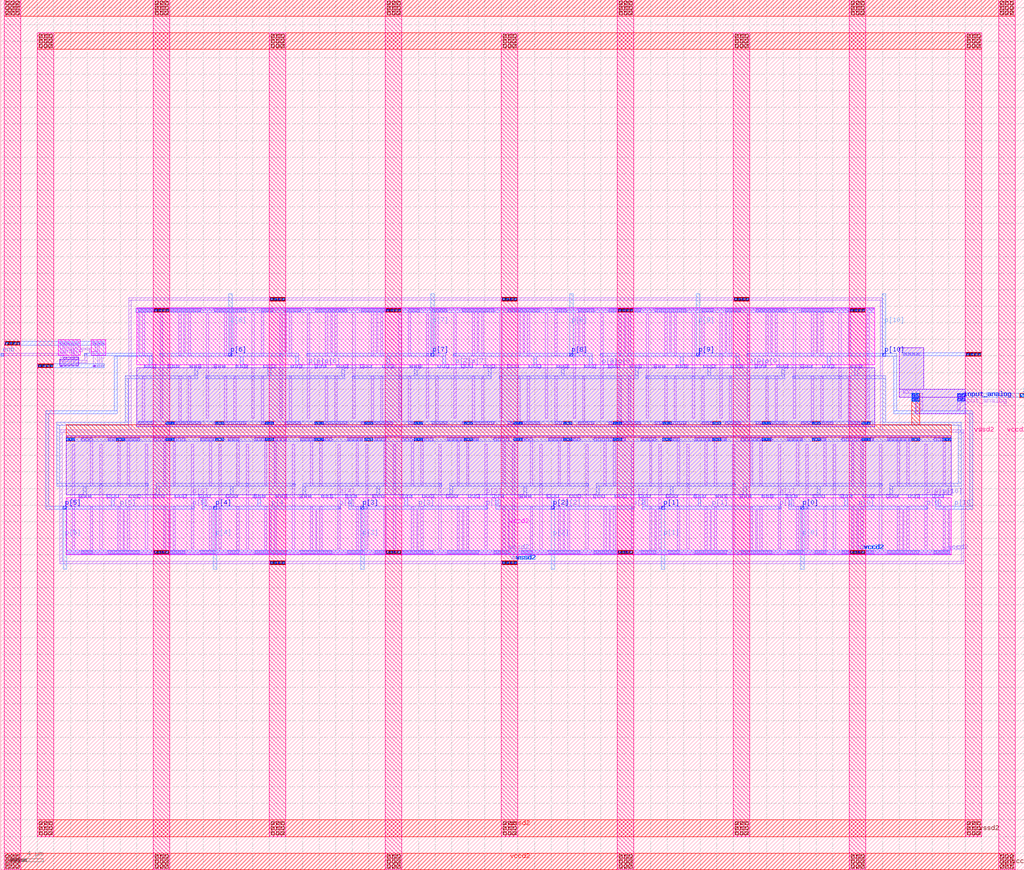
<source format=lef>
VERSION 5.7 ;
  NOWIREEXTENSIONATPIN ON ;
  DIVIDERCHAR "/" ;
  BUSBITCHARS "[]" ;
MACRO vco_w6_r100
  CLASS BLOCK ;
  FOREIGN vco_w6_r100 ;
  ORIGIN 0.450 12.000 ;
  SIZE 123.580 BY 105.000 ;
  PIN p[0]
    DIRECTION OUTPUT ;
    USE SIGNAL ;
    ANTENNAGATEAREA 57.000000 ;
    ANTENNADIFFAREA 5.800000 ;
    PORT
      LAYER li1 ;
        RECT 92.420 33.250 92.800 33.300 ;
        RECT 91.470 32.890 92.800 33.250 ;
        RECT 92.420 32.840 92.800 32.890 ;
        RECT 94.290 33.250 94.670 33.300 ;
        RECT 94.290 32.890 95.620 33.250 ;
        RECT 94.290 32.840 94.670 32.890 ;
        RECT 96.730 26.750 97.030 39.340 ;
        RECT 100.960 33.250 101.340 33.300 ;
        RECT 100.960 32.890 102.290 33.250 ;
        RECT 100.960 32.840 101.340 32.890 ;
        RECT 111.105 26.750 111.405 39.340 ;
      LAYER mcon ;
        RECT 91.470 32.920 91.770 33.220 ;
        RECT 91.960 32.920 92.260 33.220 ;
        RECT 92.450 32.920 92.750 33.220 ;
        RECT 94.340 32.920 94.640 33.220 ;
        RECT 94.830 32.920 95.130 33.220 ;
        RECT 95.320 32.920 95.620 33.220 ;
        RECT 101.010 32.920 101.310 33.220 ;
        RECT 101.500 32.920 101.800 33.220 ;
        RECT 101.990 32.920 102.290 33.220 ;
        RECT 96.730 31.560 97.030 31.860 ;
        RECT 111.105 31.560 111.405 31.860 ;
      LAYER met1 ;
        RECT 91.410 32.890 95.680 33.250 ;
        RECT 100.850 32.890 102.350 33.250 ;
        RECT 94.710 31.890 95.070 32.890 ;
        RECT 101.440 31.890 101.800 32.890 ;
        RECT 94.710 31.530 111.465 31.890 ;
      LAYER via ;
        RECT 96.140 31.530 96.500 31.890 ;
      LAYER met2 ;
        RECT 96.110 24.280 96.530 31.890 ;
    END
  END p[0]
  PIN p[1]
    DIRECTION OUTPUT ;
    USE SIGNAL ;
    ANTENNAGATEAREA 57.000000 ;
    ANTENNADIFFAREA 5.800000 ;
    PORT
      LAYER li1 ;
        RECT 74.710 33.250 75.090 33.300 ;
        RECT 73.760 32.890 75.090 33.250 ;
        RECT 74.710 32.840 75.090 32.890 ;
        RECT 76.580 33.250 76.960 33.300 ;
        RECT 76.580 32.890 77.910 33.250 ;
        RECT 76.580 32.840 76.960 32.890 ;
        RECT 79.020 26.750 79.320 39.340 ;
        RECT 83.250 33.250 83.630 33.300 ;
        RECT 83.250 32.890 84.580 33.250 ;
        RECT 83.250 32.840 83.630 32.890 ;
        RECT 93.395 26.750 93.695 39.340 ;
      LAYER mcon ;
        RECT 73.760 32.920 74.060 33.220 ;
        RECT 74.250 32.920 74.550 33.220 ;
        RECT 74.740 32.920 75.040 33.220 ;
        RECT 76.630 32.920 76.930 33.220 ;
        RECT 77.120 32.920 77.420 33.220 ;
        RECT 77.610 32.920 77.910 33.220 ;
        RECT 83.300 32.920 83.600 33.220 ;
        RECT 83.790 32.920 84.090 33.220 ;
        RECT 84.280 32.920 84.580 33.220 ;
        RECT 79.020 31.560 79.320 31.860 ;
        RECT 93.395 31.560 93.695 31.860 ;
      LAYER met1 ;
        RECT 73.700 32.890 77.970 33.250 ;
        RECT 83.140 32.890 84.640 33.250 ;
        RECT 77.000 31.890 77.360 32.890 ;
        RECT 83.730 31.890 84.090 32.890 ;
        RECT 77.000 31.530 93.755 31.890 ;
      LAYER via ;
        RECT 79.340 31.530 79.700 31.890 ;
      LAYER met2 ;
        RECT 79.310 24.280 79.730 31.890 ;
    END
  END p[1]
  PIN p[2]
    DIRECTION OUTPUT ;
    USE SIGNAL ;
    ANTENNAGATEAREA 57.000000 ;
    ANTENNADIFFAREA 5.800000 ;
    PORT
      LAYER li1 ;
        RECT 57.000 33.250 57.380 33.300 ;
        RECT 56.050 32.890 57.380 33.250 ;
        RECT 57.000 32.840 57.380 32.890 ;
        RECT 58.870 33.250 59.250 33.300 ;
        RECT 58.870 32.890 60.200 33.250 ;
        RECT 58.870 32.840 59.250 32.890 ;
        RECT 61.310 26.750 61.610 39.340 ;
        RECT 65.540 33.250 65.920 33.300 ;
        RECT 65.540 32.890 66.870 33.250 ;
        RECT 65.540 32.840 65.920 32.890 ;
        RECT 75.685 26.750 75.985 39.340 ;
      LAYER mcon ;
        RECT 56.050 32.920 56.350 33.220 ;
        RECT 56.540 32.920 56.840 33.220 ;
        RECT 57.030 32.920 57.330 33.220 ;
        RECT 58.920 32.920 59.220 33.220 ;
        RECT 59.410 32.920 59.710 33.220 ;
        RECT 59.900 32.920 60.200 33.220 ;
        RECT 65.590 32.920 65.890 33.220 ;
        RECT 66.080 32.920 66.380 33.220 ;
        RECT 66.570 32.920 66.870 33.220 ;
        RECT 61.310 31.560 61.610 31.860 ;
        RECT 75.685 31.560 75.985 31.860 ;
      LAYER met1 ;
        RECT 55.990 32.890 60.260 33.250 ;
        RECT 65.430 32.890 66.930 33.250 ;
        RECT 59.290 31.890 59.650 32.890 ;
        RECT 66.020 31.890 66.380 32.890 ;
        RECT 59.290 31.530 76.045 31.890 ;
      LAYER via ;
        RECT 66.020 31.530 66.380 31.890 ;
      LAYER met2 ;
        RECT 65.990 24.280 66.410 31.890 ;
    END
  END p[2]
  PIN p[3]
    DIRECTION OUTPUT ;
    USE SIGNAL ;
    ANTENNAGATEAREA 57.000000 ;
    ANTENNADIFFAREA 5.800000 ;
    PORT
      LAYER li1 ;
        RECT 39.290 33.250 39.670 33.300 ;
        RECT 38.340 32.890 39.670 33.250 ;
        RECT 39.290 32.840 39.670 32.890 ;
        RECT 41.160 33.250 41.540 33.300 ;
        RECT 41.160 32.890 42.490 33.250 ;
        RECT 41.160 32.840 41.540 32.890 ;
        RECT 43.600 26.750 43.900 39.340 ;
        RECT 47.830 33.250 48.210 33.300 ;
        RECT 47.830 32.890 49.160 33.250 ;
        RECT 47.830 32.840 48.210 32.890 ;
        RECT 57.975 26.750 58.275 39.340 ;
      LAYER mcon ;
        RECT 38.340 32.920 38.640 33.220 ;
        RECT 38.830 32.920 39.130 33.220 ;
        RECT 39.320 32.920 39.620 33.220 ;
        RECT 41.210 32.920 41.510 33.220 ;
        RECT 41.700 32.920 42.000 33.220 ;
        RECT 42.190 32.920 42.490 33.220 ;
        RECT 47.880 32.920 48.180 33.220 ;
        RECT 48.370 32.920 48.670 33.220 ;
        RECT 48.860 32.920 49.160 33.220 ;
        RECT 43.600 31.560 43.900 31.860 ;
        RECT 57.975 31.560 58.275 31.860 ;
      LAYER met1 ;
        RECT 38.280 32.890 42.550 33.250 ;
        RECT 47.720 32.890 49.220 33.250 ;
        RECT 41.580 31.890 41.940 32.890 ;
        RECT 48.310 31.890 48.670 32.890 ;
        RECT 41.580 31.530 58.335 31.890 ;
      LAYER via ;
        RECT 43.030 31.530 43.390 31.890 ;
      LAYER met2 ;
        RECT 43.000 24.280 43.420 31.890 ;
    END
  END p[3]
  PIN p[4]
    DIRECTION OUTPUT ;
    USE SIGNAL ;
    ANTENNAGATEAREA 57.000000 ;
    ANTENNADIFFAREA 5.800000 ;
    PORT
      LAYER li1 ;
        RECT 21.580 33.250 21.960 33.300 ;
        RECT 20.630 32.890 21.960 33.250 ;
        RECT 21.580 32.840 21.960 32.890 ;
        RECT 23.450 33.250 23.830 33.300 ;
        RECT 23.450 32.890 24.780 33.250 ;
        RECT 23.450 32.840 23.830 32.890 ;
        RECT 25.890 26.750 26.190 39.340 ;
        RECT 30.120 33.250 30.500 33.300 ;
        RECT 30.120 32.890 31.450 33.250 ;
        RECT 30.120 32.840 30.500 32.890 ;
        RECT 40.265 26.750 40.565 39.340 ;
      LAYER mcon ;
        RECT 20.630 32.920 20.930 33.220 ;
        RECT 21.120 32.920 21.420 33.220 ;
        RECT 21.610 32.920 21.910 33.220 ;
        RECT 23.500 32.920 23.800 33.220 ;
        RECT 23.990 32.920 24.290 33.220 ;
        RECT 24.480 32.920 24.780 33.220 ;
        RECT 30.170 32.920 30.470 33.220 ;
        RECT 30.660 32.920 30.960 33.220 ;
        RECT 31.150 32.920 31.450 33.220 ;
        RECT 25.890 31.560 26.190 31.860 ;
        RECT 40.265 31.560 40.565 31.860 ;
      LAYER met1 ;
        RECT 20.570 32.890 24.840 33.250 ;
        RECT 30.010 32.890 31.510 33.250 ;
        RECT 23.870 31.890 24.230 32.890 ;
        RECT 30.600 31.890 30.960 32.890 ;
        RECT 23.870 31.530 40.625 31.890 ;
      LAYER via ;
        RECT 25.280 31.530 25.640 31.890 ;
      LAYER met2 ;
        RECT 25.250 24.280 25.670 31.890 ;
    END
  END p[4]
  PIN p[5]
    DIRECTION OUTPUT ;
    USE SIGNAL ;
    ANTENNAGATEAREA 57.000000 ;
    ANTENNADIFFAREA 6.245500 ;
    PORT
      LAYER li1 ;
        RECT 8.310 50.925 8.905 51.265 ;
        RECT 8.310 49.605 8.485 50.925 ;
        RECT 8.310 49.480 8.905 49.605 ;
        RECT 9.710 49.480 10.010 50.310 ;
        RECT 8.310 49.180 10.010 49.480 ;
        RECT 8.310 49.055 8.905 49.180 ;
        RECT 17.880 48.950 18.260 49.000 ;
        RECT 16.930 48.590 18.260 48.950 ;
        RECT 17.880 48.540 18.260 48.590 ;
        RECT 19.750 48.950 20.130 49.000 ;
        RECT 19.750 48.590 21.080 48.950 ;
        RECT 19.750 48.540 20.130 48.590 ;
        RECT 8.180 26.750 8.480 39.340 ;
        RECT 12.410 33.250 12.790 33.300 ;
        RECT 12.410 32.890 13.740 33.250 ;
        RECT 12.410 32.840 12.790 32.890 ;
        RECT 22.555 26.750 22.855 39.340 ;
      LAYER mcon ;
        RECT 9.740 50.040 9.980 50.280 ;
        RECT 16.930 48.620 17.230 48.920 ;
        RECT 17.420 48.620 17.720 48.920 ;
        RECT 17.910 48.620 18.210 48.920 ;
        RECT 19.800 48.620 20.100 48.920 ;
        RECT 20.290 48.620 20.590 48.920 ;
        RECT 20.780 48.620 21.080 48.920 ;
        RECT 12.460 32.920 12.760 33.220 ;
        RECT 12.950 32.920 13.250 33.220 ;
        RECT 13.440 32.920 13.740 33.220 ;
        RECT 8.180 31.560 8.480 31.860 ;
        RECT 22.555 31.560 22.855 31.860 ;
      LAYER met1 ;
        RECT 9.680 50.010 17.840 50.310 ;
        RECT 13.260 49.950 17.840 50.010 ;
        RECT 13.260 43.360 13.620 49.950 ;
        RECT 17.480 48.950 17.840 49.950 ;
        RECT 16.870 48.590 21.140 48.950 ;
        RECT 4.990 43.000 13.620 43.360 ;
        RECT 4.990 31.890 5.350 43.000 ;
        RECT 12.300 32.890 13.800 33.250 ;
        RECT 12.890 31.890 13.250 32.890 ;
        RECT 4.990 31.530 22.915 31.890 ;
      LAYER via ;
        RECT 7.140 31.530 7.500 31.890 ;
      LAYER met2 ;
        RECT 7.110 24.280 7.530 31.890 ;
    END
  END p[5]
  PIN p[6]
    DIRECTION OUTPUT ;
    USE SIGNAL ;
    ANTENNAGATEAREA 57.000000 ;
    ANTENNADIFFAREA 5.800000 ;
    PORT
      LAYER li1 ;
        RECT 18.855 42.500 19.155 55.090 ;
        RECT 28.920 48.950 29.300 49.000 ;
        RECT 27.970 48.590 29.300 48.950 ;
        RECT 28.920 48.540 29.300 48.590 ;
        RECT 33.230 42.500 33.530 55.090 ;
        RECT 35.590 48.950 35.970 49.000 ;
        RECT 34.640 48.590 35.970 48.950 ;
        RECT 35.590 48.540 35.970 48.590 ;
        RECT 37.460 48.950 37.840 49.000 ;
        RECT 37.460 48.590 38.790 48.950 ;
        RECT 37.460 48.540 37.840 48.590 ;
      LAYER mcon ;
        RECT 18.855 49.980 19.155 50.280 ;
        RECT 33.230 49.980 33.530 50.280 ;
        RECT 27.970 48.620 28.270 48.920 ;
        RECT 28.460 48.620 28.760 48.920 ;
        RECT 28.950 48.620 29.250 48.920 ;
        RECT 34.640 48.620 34.940 48.920 ;
        RECT 35.130 48.620 35.430 48.920 ;
        RECT 35.620 48.620 35.920 48.920 ;
        RECT 37.510 48.620 37.810 48.920 ;
        RECT 38.000 48.620 38.300 48.920 ;
        RECT 38.490 48.620 38.790 48.920 ;
      LAYER met1 ;
        RECT 18.795 49.950 35.550 50.310 ;
        RECT 28.460 48.950 28.820 49.950 ;
        RECT 35.190 48.950 35.550 49.950 ;
        RECT 27.910 48.590 29.410 48.950 ;
        RECT 34.580 48.590 38.850 48.950 ;
      LAYER via ;
        RECT 27.110 49.950 27.470 50.310 ;
      LAYER met2 ;
        RECT 27.080 49.950 27.500 57.500 ;
    END
  END p[6]
  PIN p[7]
    DIRECTION OUTPUT ;
    USE SIGNAL ;
    ANTENNAGATEAREA 57.000000 ;
    ANTENNADIFFAREA 5.800000 ;
    PORT
      LAYER li1 ;
        RECT 36.565 42.500 36.865 55.090 ;
        RECT 46.630 48.950 47.010 49.000 ;
        RECT 45.680 48.590 47.010 48.950 ;
        RECT 46.630 48.540 47.010 48.590 ;
        RECT 50.940 42.500 51.240 55.090 ;
        RECT 53.300 48.950 53.680 49.000 ;
        RECT 52.350 48.590 53.680 48.950 ;
        RECT 53.300 48.540 53.680 48.590 ;
        RECT 55.170 48.950 55.550 49.000 ;
        RECT 55.170 48.590 56.500 48.950 ;
        RECT 55.170 48.540 55.550 48.590 ;
      LAYER mcon ;
        RECT 36.565 49.980 36.865 50.280 ;
        RECT 50.940 49.980 51.240 50.280 ;
        RECT 45.680 48.620 45.980 48.920 ;
        RECT 46.170 48.620 46.470 48.920 ;
        RECT 46.660 48.620 46.960 48.920 ;
        RECT 52.350 48.620 52.650 48.920 ;
        RECT 52.840 48.620 53.140 48.920 ;
        RECT 53.330 48.620 53.630 48.920 ;
        RECT 55.220 48.620 55.520 48.920 ;
        RECT 55.710 48.620 56.010 48.920 ;
        RECT 56.200 48.620 56.500 48.920 ;
      LAYER met1 ;
        RECT 36.505 49.950 53.260 50.310 ;
        RECT 46.170 48.950 46.530 49.950 ;
        RECT 52.900 48.950 53.260 49.950 ;
        RECT 45.620 48.590 47.120 48.950 ;
        RECT 52.290 48.590 56.560 48.950 ;
      LAYER via ;
        RECT 51.480 49.950 51.840 50.310 ;
      LAYER met2 ;
        RECT 51.450 49.950 51.870 57.500 ;
    END
  END p[7]
  PIN p[8]
    DIRECTION OUTPUT ;
    USE SIGNAL ;
    ANTENNAGATEAREA 57.000000 ;
    ANTENNADIFFAREA 5.800000 ;
    PORT
      LAYER li1 ;
        RECT 54.275 42.500 54.575 55.090 ;
        RECT 64.340 48.950 64.720 49.000 ;
        RECT 63.390 48.590 64.720 48.950 ;
        RECT 64.340 48.540 64.720 48.590 ;
        RECT 68.650 42.500 68.950 55.090 ;
        RECT 71.010 48.950 71.390 49.000 ;
        RECT 70.060 48.590 71.390 48.950 ;
        RECT 71.010 48.540 71.390 48.590 ;
        RECT 72.880 48.950 73.260 49.000 ;
        RECT 72.880 48.590 74.210 48.950 ;
        RECT 72.880 48.540 73.260 48.590 ;
      LAYER mcon ;
        RECT 54.275 49.980 54.575 50.280 ;
        RECT 68.650 49.980 68.950 50.280 ;
        RECT 63.390 48.620 63.690 48.920 ;
        RECT 63.880 48.620 64.180 48.920 ;
        RECT 64.370 48.620 64.670 48.920 ;
        RECT 70.060 48.620 70.360 48.920 ;
        RECT 70.550 48.620 70.850 48.920 ;
        RECT 71.040 48.620 71.340 48.920 ;
        RECT 72.930 48.620 73.230 48.920 ;
        RECT 73.420 48.620 73.720 48.920 ;
        RECT 73.910 48.620 74.210 48.920 ;
      LAYER met1 ;
        RECT 54.215 49.950 70.970 50.310 ;
        RECT 63.880 48.950 64.240 49.950 ;
        RECT 70.610 48.950 70.970 49.950 ;
        RECT 63.330 48.590 64.830 48.950 ;
        RECT 70.000 48.590 74.270 48.950 ;
      LAYER via ;
        RECT 68.270 49.950 68.630 50.310 ;
      LAYER met2 ;
        RECT 68.240 49.950 68.660 57.500 ;
    END
  END p[8]
  PIN p[9]
    DIRECTION INOUT ;
    USE SIGNAL ;
    ANTENNAGATEAREA 57.000000 ;
    ANTENNADIFFAREA 5.800000 ;
    PORT
      LAYER li1 ;
        RECT 71.985 42.500 72.285 55.090 ;
        RECT 82.050 48.950 82.430 49.000 ;
        RECT 81.100 48.590 82.430 48.950 ;
        RECT 82.050 48.540 82.430 48.590 ;
        RECT 86.360 42.500 86.660 55.090 ;
        RECT 88.720 48.950 89.100 49.000 ;
        RECT 87.770 48.590 89.100 48.950 ;
        RECT 88.720 48.540 89.100 48.590 ;
        RECT 90.590 48.950 90.970 49.000 ;
        RECT 90.590 48.590 91.920 48.950 ;
        RECT 90.590 48.540 90.970 48.590 ;
      LAYER mcon ;
        RECT 71.985 49.980 72.285 50.280 ;
        RECT 86.360 49.980 86.660 50.280 ;
        RECT 81.100 48.620 81.400 48.920 ;
        RECT 81.590 48.620 81.890 48.920 ;
        RECT 82.080 48.620 82.380 48.920 ;
        RECT 87.770 48.620 88.070 48.920 ;
        RECT 88.260 48.620 88.560 48.920 ;
        RECT 88.750 48.620 89.050 48.920 ;
        RECT 90.640 48.620 90.940 48.920 ;
        RECT 91.130 48.620 91.430 48.920 ;
        RECT 91.620 48.620 91.920 48.920 ;
      LAYER met1 ;
        RECT 71.925 49.950 88.680 50.310 ;
        RECT 81.590 48.950 81.950 49.950 ;
        RECT 88.320 48.950 88.680 49.950 ;
        RECT 81.040 48.590 82.540 48.950 ;
        RECT 87.710 48.590 91.980 48.950 ;
      LAYER via ;
        RECT 83.570 49.950 83.930 50.310 ;
      LAYER met2 ;
        RECT 83.540 49.950 83.960 57.500 ;
    END
  END p[9]
  PIN p[10]
    DIRECTION OUTPUT ;
    USE SIGNAL ;
    ANTENNAGATEAREA 57.000000 ;
    ANTENNADIFFAREA 5.800000 ;
    PORT
      LAYER li1 ;
        RECT 89.695 42.500 89.995 55.090 ;
        RECT 99.760 48.950 100.140 49.000 ;
        RECT 98.810 48.590 100.140 48.950 ;
        RECT 99.760 48.540 100.140 48.590 ;
        RECT 104.070 42.500 104.370 55.090 ;
        RECT 110.130 33.250 110.510 33.300 ;
        RECT 109.180 32.890 110.510 33.250 ;
        RECT 110.130 32.840 110.510 32.890 ;
        RECT 112.000 33.250 112.380 33.300 ;
        RECT 112.000 32.890 113.330 33.250 ;
        RECT 112.000 32.840 112.380 32.890 ;
      LAYER mcon ;
        RECT 89.695 49.980 89.995 50.280 ;
        RECT 104.070 49.980 104.370 50.280 ;
        RECT 98.810 48.620 99.110 48.920 ;
        RECT 99.300 48.620 99.600 48.920 ;
        RECT 99.790 48.620 100.090 48.920 ;
        RECT 109.180 32.920 109.480 33.220 ;
        RECT 109.670 32.920 109.970 33.220 ;
        RECT 110.160 32.920 110.460 33.220 ;
        RECT 112.050 32.920 112.350 33.220 ;
        RECT 112.540 32.920 112.840 33.220 ;
        RECT 113.030 32.920 113.330 33.220 ;
      LAYER met1 ;
        RECT 89.635 49.950 107.720 50.310 ;
        RECT 99.300 48.950 99.660 49.950 ;
        RECT 98.750 48.590 100.250 48.950 ;
        RECT 107.360 43.360 107.720 49.950 ;
        RECT 107.360 43.000 116.860 43.360 ;
        RECT 109.120 32.890 113.390 33.250 ;
        RECT 112.420 31.890 112.780 32.890 ;
        RECT 116.500 31.890 116.860 43.000 ;
        RECT 112.420 31.530 116.860 31.890 ;
      LAYER via ;
        RECT 106.000 49.950 106.360 50.310 ;
      LAYER met2 ;
        RECT 105.970 49.950 106.390 57.500 ;
    END
  END p[10]
  PIN enb
    DIRECTION INPUT ;
    USE SIGNAL ;
    ANTENNAGATEAREA 0.223500 ;
    PORT
      LAYER li1 ;
        RECT 6.775 50.300 7.235 50.525 ;
        RECT -0.400 50.000 7.235 50.300 ;
        RECT 6.775 49.795 7.235 50.000 ;
      LAYER mcon ;
        RECT -0.380 50.020 -0.120 50.280 ;
      LAYER met1 ;
        RECT -0.450 49.950 -0.050 50.350 ;
    END
  END enb
  PIN input_analog
    DIRECTION INOUT ;
    USE SIGNAL ;
    PORT
      LAYER li1 ;
        RECT 115.015 44.500 116.000 45.500 ;
        RECT 115.015 43.500 115.380 44.500 ;
      LAYER mcon ;
        RECT 115.105 45.100 115.405 45.400 ;
        RECT 115.595 45.100 115.895 45.400 ;
        RECT 115.105 44.600 115.405 44.900 ;
        RECT 115.595 44.600 115.895 44.900 ;
      LAYER met1 ;
        RECT 115.015 44.500 116.000 45.500 ;
        RECT 122.630 45.030 123.070 45.470 ;
      LAYER via ;
        RECT 115.085 45.080 115.425 45.420 ;
        RECT 115.575 45.080 115.915 45.420 ;
        RECT 122.660 45.060 123.040 45.440 ;
        RECT 115.085 44.580 115.425 44.920 ;
        RECT 115.575 44.580 115.915 44.920 ;
      LAYER met2 ;
        RECT 115.015 45.000 123.100 45.500 ;
        RECT 115.015 44.500 116.000 45.000 ;
      LAYER via2 ;
        RECT 122.650 45.050 123.050 45.450 ;
      LAYER met3 ;
        RECT 122.570 44.970 123.130 45.530 ;
    END
  END input_analog
  PIN vccd2
    DIRECTION INOUT ;
    USE POWER ;
    PORT
      LAYER nwell ;
        RECT 6.500 50.105 9.180 51.950 ;
        RECT 10.495 50.105 12.255 51.950 ;
        RECT 15.980 48.965 105.050 55.840 ;
        RECT 27.020 48.960 34.210 48.965 ;
        RECT 44.730 48.960 51.920 48.965 ;
        RECT 62.440 48.960 69.630 48.965 ;
        RECT 80.150 48.960 87.340 48.965 ;
        RECT 97.860 48.960 105.050 48.965 ;
        RECT 7.500 32.875 14.690 32.880 ;
        RECT 25.210 32.875 32.400 32.880 ;
        RECT 42.920 32.875 50.110 32.880 ;
        RECT 60.630 32.875 67.820 32.880 ;
        RECT 78.340 32.875 85.530 32.880 ;
        RECT 96.050 32.875 103.240 32.880 ;
        RECT 7.500 26.000 114.280 32.875 ;
      LAYER li1 ;
        RECT 16.160 55.660 18.050 55.690 ;
        RECT 19.840 55.660 23.690 55.690 ;
        RECT 25.350 55.660 29.200 55.690 ;
        RECT 31.040 55.660 32.440 55.690 ;
        RECT 33.870 55.660 35.760 55.690 ;
        RECT 37.550 55.660 41.400 55.690 ;
        RECT 43.060 55.660 46.910 55.690 ;
        RECT 48.750 55.660 50.150 55.690 ;
        RECT 51.580 55.660 53.470 55.690 ;
        RECT 55.260 55.660 59.110 55.690 ;
        RECT 60.770 55.660 64.620 55.690 ;
        RECT 66.460 55.660 67.860 55.690 ;
        RECT 69.290 55.660 71.180 55.690 ;
        RECT 72.970 55.660 76.820 55.690 ;
        RECT 78.480 55.660 82.330 55.690 ;
        RECT 84.170 55.660 85.570 55.690 ;
        RECT 87.000 55.660 88.890 55.690 ;
        RECT 90.680 55.660 94.530 55.690 ;
        RECT 96.190 55.660 100.040 55.690 ;
        RECT 101.880 55.660 103.280 55.690 ;
        RECT 16.160 55.490 104.870 55.660 ;
        RECT 16.160 55.330 18.050 55.490 ;
        RECT 19.840 55.330 23.690 55.490 ;
        RECT 25.350 55.330 29.200 55.490 ;
        RECT 31.040 55.330 32.440 55.490 ;
        RECT 33.870 55.330 35.760 55.490 ;
        RECT 37.550 55.330 41.400 55.490 ;
        RECT 43.060 55.330 46.910 55.490 ;
        RECT 48.750 55.330 50.150 55.490 ;
        RECT 51.580 55.330 53.470 55.490 ;
        RECT 55.260 55.330 59.110 55.490 ;
        RECT 60.770 55.330 64.620 55.490 ;
        RECT 66.460 55.330 67.860 55.490 ;
        RECT 69.290 55.330 71.180 55.490 ;
        RECT 72.970 55.330 76.820 55.490 ;
        RECT 78.480 55.330 82.330 55.490 ;
        RECT 84.170 55.330 85.570 55.490 ;
        RECT 87.000 55.330 88.890 55.490 ;
        RECT 90.680 55.330 94.530 55.490 ;
        RECT 96.190 55.330 100.040 55.490 ;
        RECT 101.880 55.330 103.280 55.490 ;
        RECT 6.690 51.605 7.690 51.770 ;
        RECT 10.685 51.605 11.685 51.770 ;
        RECT 6.690 51.435 8.990 51.605 ;
        RECT 10.685 51.435 12.065 51.605 ;
        RECT 7.205 51.035 8.140 51.435 ;
        RECT 10.960 50.710 11.290 51.435 ;
        RECT 16.160 50.460 16.330 55.330 ;
        RECT 16.670 50.040 16.960 55.330 ;
        RECT 21.050 50.040 21.340 55.330 ;
        RECT 21.680 50.460 21.850 55.330 ;
        RECT 22.190 50.040 22.480 55.330 ;
        RECT 26.570 50.040 26.860 55.330 ;
        RECT 27.200 50.460 27.370 55.330 ;
        RECT 27.710 50.030 28.000 55.330 ;
        RECT 31.040 50.030 31.330 55.330 ;
        RECT 33.870 50.460 34.040 55.330 ;
        RECT 34.380 50.040 34.670 55.330 ;
        RECT 38.760 50.040 39.050 55.330 ;
        RECT 39.390 50.460 39.560 55.330 ;
        RECT 39.900 50.040 40.190 55.330 ;
        RECT 44.280 50.040 44.570 55.330 ;
        RECT 44.910 50.460 45.080 55.330 ;
        RECT 45.420 50.030 45.710 55.330 ;
        RECT 48.750 50.030 49.040 55.330 ;
        RECT 51.580 50.460 51.750 55.330 ;
        RECT 52.090 50.040 52.380 55.330 ;
        RECT 56.470 50.040 56.760 55.330 ;
        RECT 57.100 50.460 57.270 55.330 ;
        RECT 57.610 50.040 57.900 55.330 ;
        RECT 61.990 50.040 62.280 55.330 ;
        RECT 62.620 50.460 62.790 55.330 ;
        RECT 63.130 50.030 63.420 55.330 ;
        RECT 66.460 50.030 66.750 55.330 ;
        RECT 69.290 50.460 69.460 55.330 ;
        RECT 69.800 50.040 70.090 55.330 ;
        RECT 74.180 50.040 74.470 55.330 ;
        RECT 74.810 50.460 74.980 55.330 ;
        RECT 75.320 50.040 75.610 55.330 ;
        RECT 79.700 50.040 79.990 55.330 ;
        RECT 80.330 50.460 80.500 55.330 ;
        RECT 80.840 50.030 81.130 55.330 ;
        RECT 84.170 50.030 84.460 55.330 ;
        RECT 87.000 50.460 87.170 55.330 ;
        RECT 87.510 50.040 87.800 55.330 ;
        RECT 91.890 50.040 92.180 55.330 ;
        RECT 92.520 50.460 92.690 55.330 ;
        RECT 93.030 50.040 93.320 55.330 ;
        RECT 97.410 50.040 97.700 55.330 ;
        RECT 98.040 50.460 98.210 55.330 ;
        RECT 98.550 50.030 98.840 55.330 ;
        RECT 101.880 50.030 102.170 55.330 ;
        RECT 10.380 26.510 10.670 31.810 ;
        RECT 13.710 26.510 14.000 31.810 ;
        RECT 14.340 26.510 14.510 31.380 ;
        RECT 14.850 26.510 15.140 31.800 ;
        RECT 19.230 26.510 19.520 31.800 ;
        RECT 19.860 26.510 20.030 31.380 ;
        RECT 20.370 26.510 20.660 31.800 ;
        RECT 24.750 26.510 25.040 31.800 ;
        RECT 25.380 26.510 25.550 31.380 ;
        RECT 28.090 26.510 28.380 31.810 ;
        RECT 31.420 26.510 31.710 31.810 ;
        RECT 32.050 26.510 32.220 31.380 ;
        RECT 32.560 26.510 32.850 31.800 ;
        RECT 36.940 26.510 37.230 31.800 ;
        RECT 37.570 26.510 37.740 31.380 ;
        RECT 38.080 26.510 38.370 31.800 ;
        RECT 42.460 26.510 42.750 31.800 ;
        RECT 43.090 26.510 43.260 31.380 ;
        RECT 45.800 26.510 46.090 31.810 ;
        RECT 49.130 26.510 49.420 31.810 ;
        RECT 49.760 26.510 49.930 31.380 ;
        RECT 50.270 26.510 50.560 31.800 ;
        RECT 54.650 26.510 54.940 31.800 ;
        RECT 55.280 26.510 55.450 31.380 ;
        RECT 55.790 26.510 56.080 31.800 ;
        RECT 60.170 26.510 60.460 31.800 ;
        RECT 60.800 26.510 60.970 31.380 ;
        RECT 63.510 26.510 63.800 31.810 ;
        RECT 66.840 26.510 67.130 31.810 ;
        RECT 67.470 26.510 67.640 31.380 ;
        RECT 67.980 26.510 68.270 31.800 ;
        RECT 72.360 26.510 72.650 31.800 ;
        RECT 72.990 26.510 73.160 31.380 ;
        RECT 73.500 26.510 73.790 31.800 ;
        RECT 77.880 26.510 78.170 31.800 ;
        RECT 78.510 26.510 78.680 31.380 ;
        RECT 81.220 26.510 81.510 31.810 ;
        RECT 84.550 26.510 84.840 31.810 ;
        RECT 85.180 26.510 85.350 31.380 ;
        RECT 85.690 26.510 85.980 31.800 ;
        RECT 90.070 26.510 90.360 31.800 ;
        RECT 90.700 26.510 90.870 31.380 ;
        RECT 91.210 26.510 91.500 31.800 ;
        RECT 95.590 26.510 95.880 31.800 ;
        RECT 96.220 26.510 96.390 31.380 ;
        RECT 98.930 26.510 99.220 31.810 ;
        RECT 102.260 26.510 102.550 31.810 ;
        RECT 102.890 26.510 103.060 31.380 ;
        RECT 103.400 26.510 103.690 31.800 ;
        RECT 107.780 26.510 108.070 31.800 ;
        RECT 108.410 26.510 108.580 31.380 ;
        RECT 108.920 26.510 109.210 31.800 ;
        RECT 113.300 26.510 113.590 31.800 ;
        RECT 113.930 26.510 114.100 31.380 ;
        RECT 9.270 26.350 10.670 26.510 ;
        RECT 12.510 26.350 16.360 26.510 ;
        RECT 18.020 26.350 21.870 26.510 ;
        RECT 23.660 26.350 25.550 26.510 ;
        RECT 26.980 26.350 28.380 26.510 ;
        RECT 30.220 26.350 34.070 26.510 ;
        RECT 35.730 26.350 39.580 26.510 ;
        RECT 41.370 26.350 43.260 26.510 ;
        RECT 44.690 26.350 46.090 26.510 ;
        RECT 47.930 26.350 51.780 26.510 ;
        RECT 53.440 26.350 57.290 26.510 ;
        RECT 59.080 26.350 60.970 26.510 ;
        RECT 62.400 26.350 63.800 26.510 ;
        RECT 65.640 26.350 69.490 26.510 ;
        RECT 71.150 26.350 75.000 26.510 ;
        RECT 76.790 26.350 78.680 26.510 ;
        RECT 80.110 26.350 81.510 26.510 ;
        RECT 83.350 26.350 87.200 26.510 ;
        RECT 88.860 26.350 92.710 26.510 ;
        RECT 94.500 26.350 96.390 26.510 ;
        RECT 97.820 26.350 99.220 26.510 ;
        RECT 101.060 26.350 104.910 26.510 ;
        RECT 106.570 26.350 110.420 26.510 ;
        RECT 112.210 26.350 114.100 26.510 ;
        RECT 7.680 26.180 114.100 26.350 ;
        RECT 9.270 26.150 10.670 26.180 ;
        RECT 12.510 26.150 16.360 26.180 ;
        RECT 18.020 26.150 21.870 26.180 ;
        RECT 23.660 26.150 25.550 26.180 ;
        RECT 26.980 26.150 28.380 26.180 ;
        RECT 30.220 26.150 34.070 26.180 ;
        RECT 35.730 26.150 39.580 26.180 ;
        RECT 41.370 26.150 43.260 26.180 ;
        RECT 44.690 26.150 46.090 26.180 ;
        RECT 47.930 26.150 51.780 26.180 ;
        RECT 53.440 26.150 57.290 26.180 ;
        RECT 59.080 26.150 60.970 26.180 ;
        RECT 62.400 26.150 63.800 26.180 ;
        RECT 65.640 26.150 69.490 26.180 ;
        RECT 71.150 26.150 75.000 26.180 ;
        RECT 76.790 26.150 78.680 26.180 ;
        RECT 80.110 26.150 81.510 26.180 ;
        RECT 83.350 26.150 87.200 26.180 ;
        RECT 88.860 26.150 92.710 26.180 ;
        RECT 94.500 26.150 96.390 26.180 ;
        RECT 97.820 26.150 99.220 26.180 ;
        RECT 101.060 26.150 104.910 26.180 ;
        RECT 106.570 26.150 110.420 26.180 ;
        RECT 112.210 26.150 114.100 26.180 ;
      LAYER mcon ;
        RECT 16.220 55.360 16.520 55.660 ;
        RECT 16.710 55.360 17.010 55.660 ;
        RECT 17.200 55.360 17.500 55.660 ;
        RECT 17.690 55.360 17.990 55.660 ;
        RECT 19.900 55.360 20.200 55.660 ;
        RECT 20.390 55.360 20.690 55.660 ;
        RECT 20.880 55.360 21.180 55.660 ;
        RECT 21.370 55.360 21.670 55.660 ;
        RECT 21.860 55.360 22.160 55.660 ;
        RECT 22.350 55.360 22.650 55.660 ;
        RECT 22.840 55.360 23.140 55.660 ;
        RECT 23.330 55.360 23.630 55.660 ;
        RECT 25.410 55.360 25.710 55.660 ;
        RECT 25.900 55.360 26.200 55.660 ;
        RECT 26.390 55.360 26.690 55.660 ;
        RECT 26.880 55.360 27.180 55.660 ;
        RECT 27.370 55.360 27.670 55.660 ;
        RECT 27.860 55.360 28.160 55.660 ;
        RECT 28.350 55.360 28.650 55.660 ;
        RECT 28.840 55.360 29.140 55.660 ;
        RECT 31.100 55.360 31.400 55.660 ;
        RECT 31.590 55.360 31.890 55.660 ;
        RECT 32.080 55.360 32.380 55.660 ;
        RECT 33.930 55.360 34.230 55.660 ;
        RECT 34.420 55.360 34.720 55.660 ;
        RECT 34.910 55.360 35.210 55.660 ;
        RECT 35.400 55.360 35.700 55.660 ;
        RECT 37.610 55.360 37.910 55.660 ;
        RECT 38.100 55.360 38.400 55.660 ;
        RECT 38.590 55.360 38.890 55.660 ;
        RECT 39.080 55.360 39.380 55.660 ;
        RECT 39.570 55.360 39.870 55.660 ;
        RECT 40.060 55.360 40.360 55.660 ;
        RECT 40.550 55.360 40.850 55.660 ;
        RECT 41.040 55.360 41.340 55.660 ;
        RECT 43.120 55.360 43.420 55.660 ;
        RECT 43.610 55.360 43.910 55.660 ;
        RECT 44.100 55.360 44.400 55.660 ;
        RECT 44.590 55.360 44.890 55.660 ;
        RECT 45.080 55.360 45.380 55.660 ;
        RECT 45.570 55.360 45.870 55.660 ;
        RECT 46.060 55.360 46.360 55.660 ;
        RECT 46.550 55.360 46.850 55.660 ;
        RECT 48.810 55.360 49.110 55.660 ;
        RECT 49.300 55.360 49.600 55.660 ;
        RECT 49.790 55.360 50.090 55.660 ;
        RECT 51.640 55.360 51.940 55.660 ;
        RECT 52.130 55.360 52.430 55.660 ;
        RECT 52.620 55.360 52.920 55.660 ;
        RECT 53.110 55.360 53.410 55.660 ;
        RECT 55.320 55.360 55.620 55.660 ;
        RECT 55.810 55.360 56.110 55.660 ;
        RECT 56.300 55.360 56.600 55.660 ;
        RECT 56.790 55.360 57.090 55.660 ;
        RECT 57.280 55.360 57.580 55.660 ;
        RECT 57.770 55.360 58.070 55.660 ;
        RECT 58.260 55.360 58.560 55.660 ;
        RECT 58.750 55.360 59.050 55.660 ;
        RECT 60.830 55.360 61.130 55.660 ;
        RECT 61.320 55.360 61.620 55.660 ;
        RECT 61.810 55.360 62.110 55.660 ;
        RECT 62.300 55.360 62.600 55.660 ;
        RECT 62.790 55.360 63.090 55.660 ;
        RECT 63.280 55.360 63.580 55.660 ;
        RECT 63.770 55.360 64.070 55.660 ;
        RECT 64.260 55.360 64.560 55.660 ;
        RECT 66.520 55.360 66.820 55.660 ;
        RECT 67.010 55.360 67.310 55.660 ;
        RECT 67.500 55.360 67.800 55.660 ;
        RECT 69.350 55.360 69.650 55.660 ;
        RECT 69.840 55.360 70.140 55.660 ;
        RECT 70.330 55.360 70.630 55.660 ;
        RECT 70.820 55.360 71.120 55.660 ;
        RECT 73.030 55.360 73.330 55.660 ;
        RECT 73.520 55.360 73.820 55.660 ;
        RECT 74.010 55.360 74.310 55.660 ;
        RECT 74.500 55.360 74.800 55.660 ;
        RECT 74.990 55.360 75.290 55.660 ;
        RECT 75.480 55.360 75.780 55.660 ;
        RECT 75.970 55.360 76.270 55.660 ;
        RECT 76.460 55.360 76.760 55.660 ;
        RECT 78.540 55.360 78.840 55.660 ;
        RECT 79.030 55.360 79.330 55.660 ;
        RECT 79.520 55.360 79.820 55.660 ;
        RECT 80.010 55.360 80.310 55.660 ;
        RECT 80.500 55.360 80.800 55.660 ;
        RECT 80.990 55.360 81.290 55.660 ;
        RECT 81.480 55.360 81.780 55.660 ;
        RECT 81.970 55.360 82.270 55.660 ;
        RECT 84.230 55.360 84.530 55.660 ;
        RECT 84.720 55.360 85.020 55.660 ;
        RECT 85.210 55.360 85.510 55.660 ;
        RECT 87.060 55.360 87.360 55.660 ;
        RECT 87.550 55.360 87.850 55.660 ;
        RECT 88.040 55.360 88.340 55.660 ;
        RECT 88.530 55.360 88.830 55.660 ;
        RECT 90.740 55.360 91.040 55.660 ;
        RECT 91.230 55.360 91.530 55.660 ;
        RECT 91.720 55.360 92.020 55.660 ;
        RECT 92.210 55.360 92.510 55.660 ;
        RECT 92.700 55.360 93.000 55.660 ;
        RECT 93.190 55.360 93.490 55.660 ;
        RECT 93.680 55.360 93.980 55.660 ;
        RECT 94.170 55.360 94.470 55.660 ;
        RECT 96.250 55.360 96.550 55.660 ;
        RECT 96.740 55.360 97.040 55.660 ;
        RECT 97.230 55.360 97.530 55.660 ;
        RECT 97.720 55.360 98.020 55.660 ;
        RECT 98.210 55.360 98.510 55.660 ;
        RECT 98.700 55.360 99.000 55.660 ;
        RECT 99.190 55.360 99.490 55.660 ;
        RECT 99.680 55.360 99.980 55.660 ;
        RECT 101.940 55.360 102.240 55.660 ;
        RECT 102.430 55.360 102.730 55.660 ;
        RECT 102.920 55.360 103.220 55.660 ;
        RECT 6.835 51.435 7.005 51.605 ;
        RECT 7.295 51.435 7.465 51.605 ;
        RECT 7.755 51.435 7.925 51.605 ;
        RECT 8.215 51.435 8.385 51.605 ;
        RECT 8.675 51.435 8.845 51.605 ;
        RECT 10.830 51.435 11.000 51.605 ;
        RECT 11.290 51.435 11.460 51.605 ;
        RECT 11.750 51.435 11.920 51.605 ;
        RECT 9.330 26.180 9.630 26.480 ;
        RECT 9.820 26.180 10.120 26.480 ;
        RECT 10.310 26.180 10.610 26.480 ;
        RECT 12.570 26.180 12.870 26.480 ;
        RECT 13.060 26.180 13.360 26.480 ;
        RECT 13.550 26.180 13.850 26.480 ;
        RECT 14.040 26.180 14.340 26.480 ;
        RECT 14.530 26.180 14.830 26.480 ;
        RECT 15.020 26.180 15.320 26.480 ;
        RECT 15.510 26.180 15.810 26.480 ;
        RECT 16.000 26.180 16.300 26.480 ;
        RECT 18.080 26.180 18.380 26.480 ;
        RECT 18.570 26.180 18.870 26.480 ;
        RECT 19.060 26.180 19.360 26.480 ;
        RECT 19.550 26.180 19.850 26.480 ;
        RECT 20.040 26.180 20.340 26.480 ;
        RECT 20.530 26.180 20.830 26.480 ;
        RECT 21.020 26.180 21.320 26.480 ;
        RECT 21.510 26.180 21.810 26.480 ;
        RECT 23.720 26.180 24.020 26.480 ;
        RECT 24.210 26.180 24.510 26.480 ;
        RECT 24.700 26.180 25.000 26.480 ;
        RECT 25.190 26.180 25.490 26.480 ;
        RECT 27.040 26.180 27.340 26.480 ;
        RECT 27.530 26.180 27.830 26.480 ;
        RECT 28.020 26.180 28.320 26.480 ;
        RECT 30.280 26.180 30.580 26.480 ;
        RECT 30.770 26.180 31.070 26.480 ;
        RECT 31.260 26.180 31.560 26.480 ;
        RECT 31.750 26.180 32.050 26.480 ;
        RECT 32.240 26.180 32.540 26.480 ;
        RECT 32.730 26.180 33.030 26.480 ;
        RECT 33.220 26.180 33.520 26.480 ;
        RECT 33.710 26.180 34.010 26.480 ;
        RECT 35.790 26.180 36.090 26.480 ;
        RECT 36.280 26.180 36.580 26.480 ;
        RECT 36.770 26.180 37.070 26.480 ;
        RECT 37.260 26.180 37.560 26.480 ;
        RECT 37.750 26.180 38.050 26.480 ;
        RECT 38.240 26.180 38.540 26.480 ;
        RECT 38.730 26.180 39.030 26.480 ;
        RECT 39.220 26.180 39.520 26.480 ;
        RECT 41.430 26.180 41.730 26.480 ;
        RECT 41.920 26.180 42.220 26.480 ;
        RECT 42.410 26.180 42.710 26.480 ;
        RECT 42.900 26.180 43.200 26.480 ;
        RECT 44.750 26.180 45.050 26.480 ;
        RECT 45.240 26.180 45.540 26.480 ;
        RECT 45.730 26.180 46.030 26.480 ;
        RECT 47.990 26.180 48.290 26.480 ;
        RECT 48.480 26.180 48.780 26.480 ;
        RECT 48.970 26.180 49.270 26.480 ;
        RECT 49.460 26.180 49.760 26.480 ;
        RECT 49.950 26.180 50.250 26.480 ;
        RECT 50.440 26.180 50.740 26.480 ;
        RECT 50.930 26.180 51.230 26.480 ;
        RECT 51.420 26.180 51.720 26.480 ;
        RECT 53.500 26.180 53.800 26.480 ;
        RECT 53.990 26.180 54.290 26.480 ;
        RECT 54.480 26.180 54.780 26.480 ;
        RECT 54.970 26.180 55.270 26.480 ;
        RECT 55.460 26.180 55.760 26.480 ;
        RECT 55.950 26.180 56.250 26.480 ;
        RECT 56.440 26.180 56.740 26.480 ;
        RECT 56.930 26.180 57.230 26.480 ;
        RECT 59.140 26.180 59.440 26.480 ;
        RECT 59.630 26.180 59.930 26.480 ;
        RECT 60.120 26.180 60.420 26.480 ;
        RECT 60.610 26.180 60.910 26.480 ;
        RECT 62.460 26.180 62.760 26.480 ;
        RECT 62.950 26.180 63.250 26.480 ;
        RECT 63.440 26.180 63.740 26.480 ;
        RECT 65.700 26.180 66.000 26.480 ;
        RECT 66.190 26.180 66.490 26.480 ;
        RECT 66.680 26.180 66.980 26.480 ;
        RECT 67.170 26.180 67.470 26.480 ;
        RECT 67.660 26.180 67.960 26.480 ;
        RECT 68.150 26.180 68.450 26.480 ;
        RECT 68.640 26.180 68.940 26.480 ;
        RECT 69.130 26.180 69.430 26.480 ;
        RECT 71.210 26.180 71.510 26.480 ;
        RECT 71.700 26.180 72.000 26.480 ;
        RECT 72.190 26.180 72.490 26.480 ;
        RECT 72.680 26.180 72.980 26.480 ;
        RECT 73.170 26.180 73.470 26.480 ;
        RECT 73.660 26.180 73.960 26.480 ;
        RECT 74.150 26.180 74.450 26.480 ;
        RECT 74.640 26.180 74.940 26.480 ;
        RECT 76.850 26.180 77.150 26.480 ;
        RECT 77.340 26.180 77.640 26.480 ;
        RECT 77.830 26.180 78.130 26.480 ;
        RECT 78.320 26.180 78.620 26.480 ;
        RECT 80.170 26.180 80.470 26.480 ;
        RECT 80.660 26.180 80.960 26.480 ;
        RECT 81.150 26.180 81.450 26.480 ;
        RECT 83.410 26.180 83.710 26.480 ;
        RECT 83.900 26.180 84.200 26.480 ;
        RECT 84.390 26.180 84.690 26.480 ;
        RECT 84.880 26.180 85.180 26.480 ;
        RECT 85.370 26.180 85.670 26.480 ;
        RECT 85.860 26.180 86.160 26.480 ;
        RECT 86.350 26.180 86.650 26.480 ;
        RECT 86.840 26.180 87.140 26.480 ;
        RECT 88.920 26.180 89.220 26.480 ;
        RECT 89.410 26.180 89.710 26.480 ;
        RECT 89.900 26.180 90.200 26.480 ;
        RECT 90.390 26.180 90.690 26.480 ;
        RECT 90.880 26.180 91.180 26.480 ;
        RECT 91.370 26.180 91.670 26.480 ;
        RECT 91.860 26.180 92.160 26.480 ;
        RECT 92.350 26.180 92.650 26.480 ;
        RECT 94.560 26.180 94.860 26.480 ;
        RECT 95.050 26.180 95.350 26.480 ;
        RECT 95.540 26.180 95.840 26.480 ;
        RECT 96.030 26.180 96.330 26.480 ;
        RECT 97.880 26.180 98.180 26.480 ;
        RECT 98.370 26.180 98.670 26.480 ;
        RECT 98.860 26.180 99.160 26.480 ;
        RECT 101.120 26.180 101.420 26.480 ;
        RECT 101.610 26.180 101.910 26.480 ;
        RECT 102.100 26.180 102.400 26.480 ;
        RECT 102.590 26.180 102.890 26.480 ;
        RECT 103.080 26.180 103.380 26.480 ;
        RECT 103.570 26.180 103.870 26.480 ;
        RECT 104.060 26.180 104.360 26.480 ;
        RECT 104.550 26.180 104.850 26.480 ;
        RECT 106.630 26.180 106.930 26.480 ;
        RECT 107.120 26.180 107.420 26.480 ;
        RECT 107.610 26.180 107.910 26.480 ;
        RECT 108.100 26.180 108.400 26.480 ;
        RECT 108.590 26.180 108.890 26.480 ;
        RECT 109.080 26.180 109.380 26.480 ;
        RECT 109.570 26.180 109.870 26.480 ;
        RECT 110.060 26.180 110.360 26.480 ;
        RECT 112.270 26.180 112.570 26.480 ;
        RECT 112.760 26.180 113.060 26.480 ;
        RECT 113.250 26.180 113.550 26.480 ;
        RECT 113.740 26.180 114.040 26.480 ;
      LAYER met1 ;
        RECT 15.900 55.270 105.050 55.750 ;
        RECT 0.000 51.280 12.065 51.760 ;
        RECT 7.500 26.090 114.280 26.570 ;
      LAYER via ;
        RECT 18.130 55.360 18.430 55.660 ;
        RECT 18.490 55.360 18.790 55.660 ;
        RECT 18.850 55.360 19.150 55.660 ;
        RECT 19.210 55.360 19.510 55.660 ;
        RECT 19.570 55.360 19.870 55.660 ;
        RECT 46.130 55.360 46.430 55.660 ;
        RECT 46.490 55.360 46.790 55.660 ;
        RECT 46.850 55.360 47.150 55.660 ;
        RECT 47.210 55.360 47.510 55.660 ;
        RECT 47.570 55.360 47.870 55.660 ;
        RECT 74.130 55.360 74.430 55.660 ;
        RECT 74.490 55.360 74.790 55.660 ;
        RECT 74.850 55.360 75.150 55.660 ;
        RECT 75.210 55.360 75.510 55.660 ;
        RECT 75.570 55.360 75.870 55.660 ;
        RECT 102.130 55.360 102.430 55.660 ;
        RECT 102.490 55.360 102.790 55.660 ;
        RECT 102.850 55.360 103.150 55.660 ;
        RECT 103.210 55.360 103.510 55.660 ;
        RECT 103.570 55.360 103.870 55.660 ;
        RECT 0.130 51.370 0.430 51.670 ;
        RECT 0.490 51.370 0.790 51.670 ;
        RECT 0.850 51.370 1.150 51.670 ;
        RECT 1.210 51.370 1.510 51.670 ;
        RECT 1.570 51.370 1.870 51.670 ;
        RECT 18.130 26.180 18.430 26.480 ;
        RECT 18.490 26.180 18.790 26.480 ;
        RECT 18.850 26.180 19.150 26.480 ;
        RECT 19.210 26.180 19.510 26.480 ;
        RECT 19.570 26.180 19.870 26.480 ;
        RECT 46.130 26.180 46.430 26.480 ;
        RECT 46.490 26.180 46.790 26.480 ;
        RECT 46.850 26.180 47.150 26.480 ;
        RECT 47.210 26.180 47.510 26.480 ;
        RECT 47.570 26.180 47.870 26.480 ;
        RECT 74.130 26.180 74.430 26.480 ;
        RECT 74.490 26.180 74.790 26.480 ;
        RECT 74.850 26.180 75.150 26.480 ;
        RECT 75.210 26.180 75.510 26.480 ;
        RECT 75.570 26.180 75.870 26.480 ;
        RECT 102.130 26.180 102.430 26.480 ;
        RECT 102.490 26.180 102.790 26.480 ;
        RECT 102.850 26.180 103.150 26.480 ;
        RECT 103.210 26.180 103.510 26.480 ;
        RECT 103.570 26.180 103.870 26.480 ;
      LAYER met2 ;
        RECT 18.000 55.270 20.000 55.750 ;
        RECT 46.000 55.270 48.000 55.750 ;
        RECT 74.000 55.270 76.000 55.750 ;
        RECT 102.000 55.270 104.000 55.750 ;
        RECT 0.000 51.280 2.000 51.760 ;
        RECT 18.000 26.090 20.000 26.570 ;
        RECT 46.000 26.090 48.000 26.570 ;
        RECT 74.000 26.090 76.000 26.570 ;
        RECT 102.000 26.090 104.000 26.570 ;
      LAYER via2 ;
        RECT 18.180 55.350 18.500 55.670 ;
        RECT 18.620 55.350 18.940 55.670 ;
        RECT 19.060 55.350 19.380 55.670 ;
        RECT 19.500 55.350 19.820 55.670 ;
        RECT 46.180 55.350 46.500 55.670 ;
        RECT 46.620 55.350 46.940 55.670 ;
        RECT 47.060 55.350 47.380 55.670 ;
        RECT 47.500 55.350 47.820 55.670 ;
        RECT 74.180 55.350 74.500 55.670 ;
        RECT 74.620 55.350 74.940 55.670 ;
        RECT 75.060 55.350 75.380 55.670 ;
        RECT 75.500 55.350 75.820 55.670 ;
        RECT 102.180 55.350 102.500 55.670 ;
        RECT 102.620 55.350 102.940 55.670 ;
        RECT 103.060 55.350 103.380 55.670 ;
        RECT 103.500 55.350 103.820 55.670 ;
        RECT 0.180 51.360 0.500 51.680 ;
        RECT 0.620 51.360 0.940 51.680 ;
        RECT 1.060 51.360 1.380 51.680 ;
        RECT 1.500 51.360 1.820 51.680 ;
        RECT 18.180 26.170 18.500 26.490 ;
        RECT 18.620 26.170 18.940 26.490 ;
        RECT 19.060 26.170 19.380 26.490 ;
        RECT 19.500 26.170 19.820 26.490 ;
        RECT 46.180 26.170 46.500 26.490 ;
        RECT 46.620 26.170 46.940 26.490 ;
        RECT 47.060 26.170 47.380 26.490 ;
        RECT 47.500 26.170 47.820 26.490 ;
        RECT 74.180 26.170 74.500 26.490 ;
        RECT 74.620 26.170 74.940 26.490 ;
        RECT 75.060 26.170 75.380 26.490 ;
        RECT 75.500 26.170 75.820 26.490 ;
        RECT 102.180 26.170 102.500 26.490 ;
        RECT 102.620 26.170 102.940 26.490 ;
        RECT 103.060 26.170 103.380 26.490 ;
        RECT 103.500 26.170 103.820 26.490 ;
      LAYER met3 ;
        RECT 0.000 91.000 122.000 93.000 ;
        RECT 18.000 55.270 20.000 55.750 ;
        RECT 46.000 55.270 48.000 55.750 ;
        RECT 74.000 55.270 76.000 55.750 ;
        RECT 102.000 55.270 104.000 55.750 ;
        RECT 0.000 51.280 2.000 51.760 ;
        RECT 18.000 26.090 20.000 26.570 ;
        RECT 46.000 26.090 48.000 26.570 ;
        RECT 74.000 26.090 76.000 26.570 ;
        RECT 102.000 26.090 104.000 26.570 ;
        RECT 0.000 -12.000 122.000 -10.000 ;
      LAYER via3 ;
        RECT 0.200 92.400 0.600 92.800 ;
        RECT 0.800 92.400 1.200 92.800 ;
        RECT 1.400 92.400 1.800 92.800 ;
        RECT 18.200 92.400 18.600 92.800 ;
        RECT 18.800 92.400 19.200 92.800 ;
        RECT 19.400 92.400 19.800 92.800 ;
        RECT 46.200 92.400 46.600 92.800 ;
        RECT 46.800 92.400 47.200 92.800 ;
        RECT 47.400 92.400 47.800 92.800 ;
        RECT 74.200 92.400 74.600 92.800 ;
        RECT 74.800 92.400 75.200 92.800 ;
        RECT 75.400 92.400 75.800 92.800 ;
        RECT 102.200 92.400 102.600 92.800 ;
        RECT 102.800 92.400 103.200 92.800 ;
        RECT 103.400 92.400 103.800 92.800 ;
        RECT 120.200 92.400 120.600 92.800 ;
        RECT 120.800 92.400 121.200 92.800 ;
        RECT 121.400 92.400 121.800 92.800 ;
        RECT 0.200 91.800 0.600 92.200 ;
        RECT 0.800 91.800 1.200 92.200 ;
        RECT 1.400 91.800 1.800 92.200 ;
        RECT 18.200 91.800 18.600 92.200 ;
        RECT 18.800 91.800 19.200 92.200 ;
        RECT 19.400 91.800 19.800 92.200 ;
        RECT 46.200 91.800 46.600 92.200 ;
        RECT 46.800 91.800 47.200 92.200 ;
        RECT 47.400 91.800 47.800 92.200 ;
        RECT 74.200 91.800 74.600 92.200 ;
        RECT 74.800 91.800 75.200 92.200 ;
        RECT 75.400 91.800 75.800 92.200 ;
        RECT 102.200 91.800 102.600 92.200 ;
        RECT 102.800 91.800 103.200 92.200 ;
        RECT 103.400 91.800 103.800 92.200 ;
        RECT 120.200 91.800 120.600 92.200 ;
        RECT 120.800 91.800 121.200 92.200 ;
        RECT 121.400 91.800 121.800 92.200 ;
        RECT 0.200 91.200 0.600 91.600 ;
        RECT 0.800 91.200 1.200 91.600 ;
        RECT 1.400 91.200 1.800 91.600 ;
        RECT 18.200 91.200 18.600 91.600 ;
        RECT 18.800 91.200 19.200 91.600 ;
        RECT 19.400 91.200 19.800 91.600 ;
        RECT 46.200 91.200 46.600 91.600 ;
        RECT 46.800 91.200 47.200 91.600 ;
        RECT 47.400 91.200 47.800 91.600 ;
        RECT 74.200 91.200 74.600 91.600 ;
        RECT 74.800 91.200 75.200 91.600 ;
        RECT 75.400 91.200 75.800 91.600 ;
        RECT 102.200 91.200 102.600 91.600 ;
        RECT 102.800 91.200 103.200 91.600 ;
        RECT 103.400 91.200 103.800 91.600 ;
        RECT 120.200 91.200 120.600 91.600 ;
        RECT 120.800 91.200 121.200 91.600 ;
        RECT 121.400 91.200 121.800 91.600 ;
        RECT 18.160 55.330 18.520 55.695 ;
        RECT 18.600 55.330 18.960 55.695 ;
        RECT 19.040 55.330 19.400 55.695 ;
        RECT 19.480 55.330 19.840 55.695 ;
        RECT 46.160 55.330 46.520 55.695 ;
        RECT 46.600 55.330 46.960 55.695 ;
        RECT 47.040 55.330 47.400 55.695 ;
        RECT 47.480 55.330 47.840 55.695 ;
        RECT 74.160 55.330 74.520 55.695 ;
        RECT 74.600 55.330 74.960 55.695 ;
        RECT 75.040 55.330 75.400 55.695 ;
        RECT 75.480 55.330 75.840 55.695 ;
        RECT 102.160 55.330 102.520 55.695 ;
        RECT 102.600 55.330 102.960 55.695 ;
        RECT 103.040 55.330 103.400 55.695 ;
        RECT 103.480 55.330 103.840 55.695 ;
        RECT 0.160 51.340 0.520 51.705 ;
        RECT 0.600 51.340 0.960 51.705 ;
        RECT 1.040 51.340 1.400 51.705 ;
        RECT 1.480 51.340 1.840 51.705 ;
        RECT 18.160 26.150 18.520 26.515 ;
        RECT 18.600 26.150 18.960 26.515 ;
        RECT 19.040 26.150 19.400 26.515 ;
        RECT 19.480 26.150 19.840 26.515 ;
        RECT 46.160 26.150 46.520 26.515 ;
        RECT 46.600 26.150 46.960 26.515 ;
        RECT 47.040 26.150 47.400 26.515 ;
        RECT 47.480 26.150 47.840 26.515 ;
        RECT 74.160 26.150 74.520 26.515 ;
        RECT 74.600 26.150 74.960 26.515 ;
        RECT 75.040 26.150 75.400 26.515 ;
        RECT 75.480 26.150 75.840 26.515 ;
        RECT 102.160 26.150 102.520 26.515 ;
        RECT 102.600 26.150 102.960 26.515 ;
        RECT 103.040 26.150 103.400 26.515 ;
        RECT 103.480 26.150 103.840 26.515 ;
        RECT 0.200 -10.600 0.600 -10.200 ;
        RECT 0.800 -10.600 1.200 -10.200 ;
        RECT 1.400 -10.600 1.800 -10.200 ;
        RECT 18.200 -10.600 18.600 -10.200 ;
        RECT 18.800 -10.600 19.200 -10.200 ;
        RECT 19.400 -10.600 19.800 -10.200 ;
        RECT 46.200 -10.600 46.600 -10.200 ;
        RECT 46.800 -10.600 47.200 -10.200 ;
        RECT 47.400 -10.600 47.800 -10.200 ;
        RECT 74.200 -10.600 74.600 -10.200 ;
        RECT 74.800 -10.600 75.200 -10.200 ;
        RECT 75.400 -10.600 75.800 -10.200 ;
        RECT 102.200 -10.600 102.600 -10.200 ;
        RECT 102.800 -10.600 103.200 -10.200 ;
        RECT 103.400 -10.600 103.800 -10.200 ;
        RECT 120.200 -10.600 120.600 -10.200 ;
        RECT 120.800 -10.600 121.200 -10.200 ;
        RECT 121.400 -10.600 121.800 -10.200 ;
        RECT 0.200 -11.200 0.600 -10.800 ;
        RECT 0.800 -11.200 1.200 -10.800 ;
        RECT 1.400 -11.200 1.800 -10.800 ;
        RECT 18.200 -11.200 18.600 -10.800 ;
        RECT 18.800 -11.200 19.200 -10.800 ;
        RECT 19.400 -11.200 19.800 -10.800 ;
        RECT 46.200 -11.200 46.600 -10.800 ;
        RECT 46.800 -11.200 47.200 -10.800 ;
        RECT 47.400 -11.200 47.800 -10.800 ;
        RECT 74.200 -11.200 74.600 -10.800 ;
        RECT 74.800 -11.200 75.200 -10.800 ;
        RECT 75.400 -11.200 75.800 -10.800 ;
        RECT 102.200 -11.200 102.600 -10.800 ;
        RECT 102.800 -11.200 103.200 -10.800 ;
        RECT 103.400 -11.200 103.800 -10.800 ;
        RECT 120.200 -11.200 120.600 -10.800 ;
        RECT 120.800 -11.200 121.200 -10.800 ;
        RECT 121.400 -11.200 121.800 -10.800 ;
        RECT 0.200 -11.800 0.600 -11.400 ;
        RECT 0.800 -11.800 1.200 -11.400 ;
        RECT 1.400 -11.800 1.800 -11.400 ;
        RECT 18.200 -11.800 18.600 -11.400 ;
        RECT 18.800 -11.800 19.200 -11.400 ;
        RECT 19.400 -11.800 19.800 -11.400 ;
        RECT 46.200 -11.800 46.600 -11.400 ;
        RECT 46.800 -11.800 47.200 -11.400 ;
        RECT 47.400 -11.800 47.800 -11.400 ;
        RECT 74.200 -11.800 74.600 -11.400 ;
        RECT 74.800 -11.800 75.200 -11.400 ;
        RECT 75.400 -11.800 75.800 -11.400 ;
        RECT 102.200 -11.800 102.600 -11.400 ;
        RECT 102.800 -11.800 103.200 -11.400 ;
        RECT 103.400 -11.800 103.800 -11.400 ;
        RECT 120.200 -11.800 120.600 -11.400 ;
        RECT 120.800 -11.800 121.200 -11.400 ;
        RECT 121.400 -11.800 121.800 -11.400 ;
      LAYER met4 ;
        RECT 0.000 -12.000 2.000 93.000 ;
        RECT 18.000 -12.000 20.000 93.000 ;
        RECT 46.000 -12.000 48.000 93.000 ;
        RECT 74.000 -12.000 76.000 93.000 ;
        RECT 102.000 -12.000 104.000 93.000 ;
        RECT 120.000 -12.000 122.000 93.000 ;
    END
  END vccd2
  PIN vssd2
    DIRECTION INOUT ;
    USE GROUND ;
    PORT
      LAYER li1 ;
        RECT 15.000 56.700 106.000 57.000 ;
        RECT 7.205 48.885 8.140 49.285 ;
        RECT 11.460 48.885 11.800 49.545 ;
        RECT 6.690 48.715 8.990 48.885 ;
        RECT 10.685 48.715 12.065 48.885 ;
        RECT 15.000 41.070 15.300 56.700 ;
        RECT 105.700 41.070 106.000 56.700 ;
        RECT 108.500 50.015 110.500 50.380 ;
        RECT 6.700 40.770 115.825 41.070 ;
        RECT 6.700 25.200 7.000 40.770 ;
        RECT 115.500 40.700 115.825 40.770 ;
        RECT 115.500 25.200 115.800 40.700 ;
        RECT 6.700 24.900 115.800 25.200 ;
      LAYER mcon ;
        RECT 32.110 56.700 32.410 57.000 ;
        RECT 32.600 56.700 32.900 57.000 ;
        RECT 33.100 56.700 33.400 57.000 ;
        RECT 33.590 56.700 33.890 57.000 ;
        RECT 60.110 56.700 60.410 57.000 ;
        RECT 60.600 56.700 60.900 57.000 ;
        RECT 61.100 56.700 61.400 57.000 ;
        RECT 61.590 56.700 61.890 57.000 ;
        RECT 88.110 56.700 88.410 57.000 ;
        RECT 88.600 56.700 88.900 57.000 ;
        RECT 89.100 56.700 89.400 57.000 ;
        RECT 89.590 56.700 89.890 57.000 ;
        RECT 6.835 48.715 7.005 48.885 ;
        RECT 7.295 48.715 7.465 48.885 ;
        RECT 7.755 48.715 7.925 48.885 ;
        RECT 8.215 48.715 8.385 48.885 ;
        RECT 8.675 48.715 8.845 48.885 ;
        RECT 10.830 48.715 11.000 48.885 ;
        RECT 11.290 48.715 11.460 48.885 ;
        RECT 11.750 48.715 11.920 48.885 ;
        RECT 108.600 50.050 108.900 50.350 ;
        RECT 109.100 50.050 109.400 50.350 ;
        RECT 109.600 50.050 109.900 50.350 ;
        RECT 110.100 50.050 110.400 50.350 ;
        RECT 32.110 24.900 32.410 25.200 ;
        RECT 32.600 24.900 32.900 25.200 ;
        RECT 33.100 24.900 33.400 25.200 ;
        RECT 33.590 24.900 33.890 25.200 ;
        RECT 60.110 24.900 60.410 25.200 ;
        RECT 60.600 24.900 60.900 25.200 ;
        RECT 61.100 24.900 61.400 25.200 ;
        RECT 61.590 24.900 61.890 25.200 ;
      LAYER met1 ;
        RECT 32.080 56.610 33.920 57.090 ;
        RECT 60.080 56.610 61.920 57.090 ;
        RECT 88.080 56.610 89.920 57.090 ;
        RECT 116.130 50.380 117.870 50.440 ;
        RECT 108.500 50.020 118.000 50.380 ;
        RECT 108.500 50.015 110.505 50.020 ;
        RECT 116.130 49.960 117.870 50.020 ;
        RECT 4.000 48.560 12.065 49.040 ;
        RECT 32.080 24.810 33.920 25.290 ;
        RECT 60.080 24.810 61.920 25.290 ;
      LAYER via ;
        RECT 32.130 56.700 32.430 57.000 ;
        RECT 32.490 56.700 32.790 57.000 ;
        RECT 32.850 56.700 33.150 57.000 ;
        RECT 33.210 56.700 33.510 57.000 ;
        RECT 33.570 56.700 33.870 57.000 ;
        RECT 60.130 56.700 60.430 57.000 ;
        RECT 60.490 56.700 60.790 57.000 ;
        RECT 60.850 56.700 61.150 57.000 ;
        RECT 61.210 56.700 61.510 57.000 ;
        RECT 61.570 56.700 61.870 57.000 ;
        RECT 88.130 56.700 88.430 57.000 ;
        RECT 88.490 56.700 88.790 57.000 ;
        RECT 88.850 56.700 89.150 57.000 ;
        RECT 89.210 56.700 89.510 57.000 ;
        RECT 89.570 56.700 89.870 57.000 ;
        RECT 116.130 50.050 116.430 50.350 ;
        RECT 116.490 50.050 116.790 50.350 ;
        RECT 116.850 50.050 117.150 50.350 ;
        RECT 117.210 50.050 117.510 50.350 ;
        RECT 117.570 50.050 117.870 50.350 ;
        RECT 4.130 48.650 4.430 48.950 ;
        RECT 4.490 48.650 4.790 48.950 ;
        RECT 4.850 48.650 5.150 48.950 ;
        RECT 5.210 48.650 5.510 48.950 ;
        RECT 5.570 48.650 5.870 48.950 ;
        RECT 32.130 24.900 32.430 25.200 ;
        RECT 32.490 24.900 32.790 25.200 ;
        RECT 32.850 24.900 33.150 25.200 ;
        RECT 33.210 24.900 33.510 25.200 ;
        RECT 33.570 24.900 33.870 25.200 ;
        RECT 60.130 24.900 60.430 25.200 ;
        RECT 60.490 24.900 60.790 25.200 ;
        RECT 60.850 24.900 61.150 25.200 ;
        RECT 61.210 24.900 61.510 25.200 ;
        RECT 61.570 24.900 61.870 25.200 ;
      LAYER met2 ;
        RECT 32.000 56.610 34.000 57.090 ;
        RECT 60.000 56.610 62.000 57.090 ;
        RECT 88.000 56.610 90.000 57.090 ;
        RECT 116.000 49.960 118.000 50.440 ;
        RECT 4.000 48.560 6.000 49.040 ;
        RECT 32.000 24.810 34.000 25.290 ;
        RECT 60.000 24.810 62.000 25.290 ;
      LAYER via2 ;
        RECT 32.180 56.690 32.500 57.010 ;
        RECT 32.620 56.690 32.940 57.010 ;
        RECT 33.060 56.690 33.380 57.010 ;
        RECT 33.500 56.690 33.820 57.010 ;
        RECT 60.180 56.690 60.500 57.010 ;
        RECT 60.620 56.690 60.940 57.010 ;
        RECT 61.060 56.690 61.380 57.010 ;
        RECT 61.500 56.690 61.820 57.010 ;
        RECT 88.180 56.690 88.500 57.010 ;
        RECT 88.620 56.690 88.940 57.010 ;
        RECT 89.060 56.690 89.380 57.010 ;
        RECT 89.500 56.690 89.820 57.010 ;
        RECT 116.180 50.040 116.500 50.360 ;
        RECT 116.620 50.040 116.940 50.360 ;
        RECT 117.060 50.040 117.380 50.360 ;
        RECT 117.500 50.040 117.820 50.360 ;
        RECT 4.180 48.640 4.500 48.960 ;
        RECT 4.620 48.640 4.940 48.960 ;
        RECT 5.060 48.640 5.380 48.960 ;
        RECT 5.500 48.640 5.820 48.960 ;
        RECT 32.180 24.890 32.500 25.210 ;
        RECT 32.620 24.890 32.940 25.210 ;
        RECT 33.060 24.890 33.380 25.210 ;
        RECT 33.500 24.890 33.820 25.210 ;
        RECT 60.180 24.890 60.500 25.210 ;
        RECT 60.620 24.890 60.940 25.210 ;
        RECT 61.060 24.890 61.380 25.210 ;
        RECT 61.500 24.890 61.820 25.210 ;
      LAYER met3 ;
        RECT 4.000 87.000 118.000 89.000 ;
        RECT 32.000 56.610 34.000 57.090 ;
        RECT 60.000 56.610 62.000 57.090 ;
        RECT 88.000 56.610 90.000 57.090 ;
        RECT 116.000 49.960 118.000 50.440 ;
        RECT 4.000 48.560 6.000 49.040 ;
        RECT 32.000 24.810 34.000 25.290 ;
        RECT 60.000 24.810 62.000 25.290 ;
        RECT 4.000 -8.000 118.000 -6.000 ;
      LAYER via3 ;
        RECT 4.200 88.400 4.600 88.800 ;
        RECT 4.800 88.400 5.200 88.800 ;
        RECT 5.400 88.400 5.800 88.800 ;
        RECT 32.200 88.400 32.600 88.800 ;
        RECT 32.800 88.400 33.200 88.800 ;
        RECT 33.400 88.400 33.800 88.800 ;
        RECT 60.200 88.400 60.600 88.800 ;
        RECT 60.800 88.400 61.200 88.800 ;
        RECT 61.400 88.400 61.800 88.800 ;
        RECT 88.200 88.400 88.600 88.800 ;
        RECT 88.800 88.400 89.200 88.800 ;
        RECT 89.400 88.400 89.800 88.800 ;
        RECT 116.200 88.400 116.600 88.800 ;
        RECT 116.800 88.400 117.200 88.800 ;
        RECT 117.400 88.400 117.800 88.800 ;
        RECT 4.200 87.800 4.600 88.200 ;
        RECT 4.800 87.800 5.200 88.200 ;
        RECT 5.400 87.800 5.800 88.200 ;
        RECT 32.200 87.800 32.600 88.200 ;
        RECT 32.800 87.800 33.200 88.200 ;
        RECT 33.400 87.800 33.800 88.200 ;
        RECT 60.200 87.800 60.600 88.200 ;
        RECT 60.800 87.800 61.200 88.200 ;
        RECT 61.400 87.800 61.800 88.200 ;
        RECT 88.200 87.800 88.600 88.200 ;
        RECT 88.800 87.800 89.200 88.200 ;
        RECT 89.400 87.800 89.800 88.200 ;
        RECT 116.200 87.800 116.600 88.200 ;
        RECT 116.800 87.800 117.200 88.200 ;
        RECT 117.400 87.800 117.800 88.200 ;
        RECT 4.200 87.200 4.600 87.600 ;
        RECT 4.800 87.200 5.200 87.600 ;
        RECT 5.400 87.200 5.800 87.600 ;
        RECT 32.200 87.200 32.600 87.600 ;
        RECT 32.800 87.200 33.200 87.600 ;
        RECT 33.400 87.200 33.800 87.600 ;
        RECT 60.200 87.200 60.600 87.600 ;
        RECT 60.800 87.200 61.200 87.600 ;
        RECT 61.400 87.200 61.800 87.600 ;
        RECT 88.200 87.200 88.600 87.600 ;
        RECT 88.800 87.200 89.200 87.600 ;
        RECT 89.400 87.200 89.800 87.600 ;
        RECT 116.200 87.200 116.600 87.600 ;
        RECT 116.800 87.200 117.200 87.600 ;
        RECT 117.400 87.200 117.800 87.600 ;
        RECT 32.160 56.670 32.520 57.035 ;
        RECT 32.600 56.670 32.960 57.035 ;
        RECT 33.040 56.670 33.400 57.035 ;
        RECT 33.480 56.670 33.840 57.035 ;
        RECT 60.160 56.670 60.520 57.035 ;
        RECT 60.600 56.670 60.960 57.035 ;
        RECT 61.040 56.670 61.400 57.035 ;
        RECT 61.480 56.670 61.840 57.035 ;
        RECT 88.160 56.670 88.520 57.035 ;
        RECT 88.600 56.670 88.960 57.035 ;
        RECT 89.040 56.670 89.400 57.035 ;
        RECT 89.480 56.670 89.840 57.035 ;
        RECT 116.160 50.020 116.520 50.385 ;
        RECT 116.600 50.020 116.960 50.385 ;
        RECT 117.040 50.020 117.400 50.385 ;
        RECT 117.480 50.020 117.840 50.385 ;
        RECT 4.160 48.620 4.520 48.985 ;
        RECT 4.600 48.620 4.960 48.985 ;
        RECT 5.040 48.620 5.400 48.985 ;
        RECT 5.480 48.620 5.840 48.985 ;
        RECT 32.160 24.870 32.520 25.235 ;
        RECT 32.600 24.870 32.960 25.235 ;
        RECT 33.040 24.870 33.400 25.235 ;
        RECT 33.480 24.870 33.840 25.235 ;
        RECT 60.160 24.870 60.520 25.235 ;
        RECT 60.600 24.870 60.960 25.235 ;
        RECT 61.040 24.870 61.400 25.235 ;
        RECT 61.480 24.870 61.840 25.235 ;
        RECT 4.200 -6.600 4.600 -6.200 ;
        RECT 4.800 -6.600 5.200 -6.200 ;
        RECT 5.400 -6.600 5.800 -6.200 ;
        RECT 32.200 -6.600 32.600 -6.200 ;
        RECT 32.800 -6.600 33.200 -6.200 ;
        RECT 33.400 -6.600 33.800 -6.200 ;
        RECT 60.200 -6.600 60.600 -6.200 ;
        RECT 60.800 -6.600 61.200 -6.200 ;
        RECT 61.400 -6.600 61.800 -6.200 ;
        RECT 88.200 -6.600 88.600 -6.200 ;
        RECT 88.800 -6.600 89.200 -6.200 ;
        RECT 89.400 -6.600 89.800 -6.200 ;
        RECT 116.200 -6.600 116.600 -6.200 ;
        RECT 116.800 -6.600 117.200 -6.200 ;
        RECT 117.400 -6.600 117.800 -6.200 ;
        RECT 4.200 -7.200 4.600 -6.800 ;
        RECT 4.800 -7.200 5.200 -6.800 ;
        RECT 5.400 -7.200 5.800 -6.800 ;
        RECT 32.200 -7.200 32.600 -6.800 ;
        RECT 32.800 -7.200 33.200 -6.800 ;
        RECT 33.400 -7.200 33.800 -6.800 ;
        RECT 60.200 -7.200 60.600 -6.800 ;
        RECT 60.800 -7.200 61.200 -6.800 ;
        RECT 61.400 -7.200 61.800 -6.800 ;
        RECT 88.200 -7.200 88.600 -6.800 ;
        RECT 88.800 -7.200 89.200 -6.800 ;
        RECT 89.400 -7.200 89.800 -6.800 ;
        RECT 116.200 -7.200 116.600 -6.800 ;
        RECT 116.800 -7.200 117.200 -6.800 ;
        RECT 117.400 -7.200 117.800 -6.800 ;
        RECT 4.200 -7.800 4.600 -7.400 ;
        RECT 4.800 -7.800 5.200 -7.400 ;
        RECT 5.400 -7.800 5.800 -7.400 ;
        RECT 32.200 -7.800 32.600 -7.400 ;
        RECT 32.800 -7.800 33.200 -7.400 ;
        RECT 33.400 -7.800 33.800 -7.400 ;
        RECT 60.200 -7.800 60.600 -7.400 ;
        RECT 60.800 -7.800 61.200 -7.400 ;
        RECT 61.400 -7.800 61.800 -7.400 ;
        RECT 88.200 -7.800 88.600 -7.400 ;
        RECT 88.800 -7.800 89.200 -7.400 ;
        RECT 89.400 -7.800 89.800 -7.400 ;
        RECT 116.200 -7.800 116.600 -7.400 ;
        RECT 116.800 -7.800 117.200 -7.400 ;
        RECT 117.400 -7.800 117.800 -7.400 ;
      LAYER met4 ;
        RECT 4.000 -8.000 6.000 89.000 ;
        RECT 32.000 -8.000 34.000 89.000 ;
        RECT 60.000 -8.000 62.000 89.000 ;
        RECT 88.000 -8.000 90.000 89.000 ;
        RECT 116.000 -8.000 118.000 89.000 ;
    END
  END vssd2
  OBS
      LAYER pwell ;
        RECT 7.180 49.585 8.985 49.815 ;
        RECT 6.695 48.905 8.985 49.585 ;
        RECT 6.840 48.715 7.010 48.905 ;
        RECT 10.830 48.715 11.000 48.885 ;
        RECT 15.980 41.470 105.050 48.570 ;
        RECT 108.000 46.000 111.000 51.000 ;
        RECT 108.000 45.000 116.000 46.000 ;
        RECT 110.000 43.000 116.000 45.000 ;
        RECT 7.500 33.270 114.280 40.370 ;
      LAYER li1 ;
        RECT 6.775 50.865 7.035 51.265 ;
        RECT 6.775 50.695 8.140 50.865 ;
        RECT 7.405 49.625 8.140 50.695 ;
        RECT 8.665 50.750 8.905 50.755 ;
        RECT 9.180 50.750 10.505 50.960 ;
        RECT 8.665 50.740 10.505 50.750 ;
        RECT 8.665 50.530 9.400 50.740 ;
        RECT 10.285 50.535 10.505 50.740 ;
        RECT 10.770 50.535 11.290 50.540 ;
        RECT 8.665 49.775 8.905 50.530 ;
        RECT 10.285 50.315 11.290 50.535 ;
        RECT 6.775 49.455 8.140 49.625 ;
        RECT 6.775 49.055 7.035 49.455 ;
        RECT 10.770 49.055 11.290 50.315 ;
        RECT 11.460 49.715 11.980 51.265 ;
        RECT 23.400 48.950 23.780 49.000 ;
        RECT 22.450 48.590 23.780 48.950 ;
        RECT 23.400 48.540 23.780 48.590 ;
        RECT 16.670 42.090 16.960 47.540 ;
        RECT 21.050 42.090 21.340 47.540 ;
        RECT 22.190 42.090 22.480 47.540 ;
        RECT 24.375 42.500 24.675 55.090 ;
        RECT 25.270 48.950 25.650 49.000 ;
        RECT 25.270 48.590 26.600 48.950 ;
        RECT 25.270 48.540 25.650 48.590 ;
        RECT 26.570 42.090 26.860 47.540 ;
        RECT 27.710 42.090 28.000 47.540 ;
        RECT 29.900 42.500 30.200 55.090 ;
        RECT 32.250 48.950 32.630 49.000 ;
        RECT 41.110 48.950 41.490 49.000 ;
        RECT 31.300 48.590 32.630 48.950 ;
        RECT 40.160 48.590 41.490 48.950 ;
        RECT 32.250 48.540 32.630 48.590 ;
        RECT 41.110 48.540 41.490 48.590 ;
        RECT 31.040 42.090 31.330 47.540 ;
        RECT 34.380 42.090 34.670 47.540 ;
        RECT 38.760 42.090 39.050 47.540 ;
        RECT 39.900 42.090 40.190 47.540 ;
        RECT 42.085 42.500 42.385 55.090 ;
        RECT 42.980 48.950 43.360 49.000 ;
        RECT 42.980 48.590 44.310 48.950 ;
        RECT 42.980 48.540 43.360 48.590 ;
        RECT 44.280 42.090 44.570 47.540 ;
        RECT 45.420 42.090 45.710 47.540 ;
        RECT 47.610 42.500 47.910 55.090 ;
        RECT 49.960 48.950 50.340 49.000 ;
        RECT 58.820 48.950 59.200 49.000 ;
        RECT 49.010 48.590 50.340 48.950 ;
        RECT 57.870 48.590 59.200 48.950 ;
        RECT 49.960 48.540 50.340 48.590 ;
        RECT 58.820 48.540 59.200 48.590 ;
        RECT 48.750 42.090 49.040 47.540 ;
        RECT 52.090 42.090 52.380 47.540 ;
        RECT 56.470 42.090 56.760 47.540 ;
        RECT 57.610 42.090 57.900 47.540 ;
        RECT 59.795 42.500 60.095 55.090 ;
        RECT 60.690 48.950 61.070 49.000 ;
        RECT 60.690 48.590 62.020 48.950 ;
        RECT 60.690 48.540 61.070 48.590 ;
        RECT 61.990 42.090 62.280 47.540 ;
        RECT 63.130 42.090 63.420 47.540 ;
        RECT 65.320 42.500 65.620 55.090 ;
        RECT 67.670 48.950 68.050 49.000 ;
        RECT 76.530 48.950 76.910 49.000 ;
        RECT 66.720 48.590 68.050 48.950 ;
        RECT 75.580 48.590 76.910 48.950 ;
        RECT 67.670 48.540 68.050 48.590 ;
        RECT 76.530 48.540 76.910 48.590 ;
        RECT 66.460 42.090 66.750 47.540 ;
        RECT 69.800 42.090 70.090 47.540 ;
        RECT 74.180 42.090 74.470 47.540 ;
        RECT 75.320 42.090 75.610 47.540 ;
        RECT 77.505 42.500 77.805 55.090 ;
        RECT 78.400 48.950 78.780 49.000 ;
        RECT 78.400 48.590 79.730 48.950 ;
        RECT 78.400 48.540 78.780 48.590 ;
        RECT 79.700 42.090 79.990 47.540 ;
        RECT 80.840 42.090 81.130 47.540 ;
        RECT 83.030 42.500 83.330 55.090 ;
        RECT 85.380 48.950 85.760 49.000 ;
        RECT 94.240 48.950 94.620 49.000 ;
        RECT 84.430 48.590 85.760 48.950 ;
        RECT 93.290 48.590 94.620 48.950 ;
        RECT 85.380 48.540 85.760 48.590 ;
        RECT 94.240 48.540 94.620 48.590 ;
        RECT 84.170 42.090 84.460 47.540 ;
        RECT 87.510 42.090 87.800 47.540 ;
        RECT 91.890 42.090 92.180 47.540 ;
        RECT 93.030 42.090 93.320 47.540 ;
        RECT 95.215 42.500 95.515 55.090 ;
        RECT 96.110 48.950 96.490 49.000 ;
        RECT 96.110 48.590 97.440 48.950 ;
        RECT 96.110 48.540 96.490 48.590 ;
        RECT 97.410 42.090 97.700 47.540 ;
        RECT 98.550 42.090 98.840 47.540 ;
        RECT 100.740 42.500 101.040 55.090 ;
        RECT 103.090 48.950 103.470 49.000 ;
        RECT 102.140 48.590 103.470 48.950 ;
        RECT 103.090 48.540 103.470 48.590 ;
        RECT 101.880 42.090 102.170 47.540 ;
        RECT 108.500 45.500 110.500 45.865 ;
        RECT 109.500 44.500 110.865 45.500 ;
        RECT 110.500 43.500 110.865 44.500 ;
        RECT 16.160 41.730 18.050 42.090 ;
        RECT 19.840 41.730 23.690 42.090 ;
        RECT 25.350 41.730 29.200 42.090 ;
        RECT 31.040 41.730 32.440 42.090 ;
        RECT 33.870 41.730 35.760 42.090 ;
        RECT 37.550 41.730 41.400 42.090 ;
        RECT 43.060 41.730 46.910 42.090 ;
        RECT 48.750 41.730 50.150 42.090 ;
        RECT 51.580 41.730 53.470 42.090 ;
        RECT 55.260 41.730 59.110 42.090 ;
        RECT 60.770 41.730 64.620 42.090 ;
        RECT 66.460 41.730 67.860 42.090 ;
        RECT 69.290 41.730 71.180 42.090 ;
        RECT 72.970 41.730 76.820 42.090 ;
        RECT 78.480 41.730 82.330 42.090 ;
        RECT 84.170 41.730 85.570 42.090 ;
        RECT 87.000 41.730 88.890 42.090 ;
        RECT 90.680 41.730 94.530 42.090 ;
        RECT 96.190 41.730 100.040 42.090 ;
        RECT 101.880 41.730 103.280 42.090 ;
        RECT 9.270 39.750 10.670 40.110 ;
        RECT 12.510 39.750 16.360 40.110 ;
        RECT 18.020 39.750 21.870 40.110 ;
        RECT 23.660 39.750 25.550 40.110 ;
        RECT 26.980 39.750 28.380 40.110 ;
        RECT 30.220 39.750 34.070 40.110 ;
        RECT 35.730 39.750 39.580 40.110 ;
        RECT 41.370 39.750 43.260 40.110 ;
        RECT 44.690 39.750 46.090 40.110 ;
        RECT 47.930 39.750 51.780 40.110 ;
        RECT 53.440 39.750 57.290 40.110 ;
        RECT 59.080 39.750 60.970 40.110 ;
        RECT 62.400 39.750 63.800 40.110 ;
        RECT 65.640 39.750 69.490 40.110 ;
        RECT 71.150 39.750 75.000 40.110 ;
        RECT 76.790 39.750 78.680 40.110 ;
        RECT 80.110 39.750 81.510 40.110 ;
        RECT 83.350 39.750 87.200 40.110 ;
        RECT 88.860 39.750 92.710 40.110 ;
        RECT 94.500 39.750 96.390 40.110 ;
        RECT 97.820 39.750 99.220 40.110 ;
        RECT 101.060 39.750 104.910 40.110 ;
        RECT 106.570 39.750 110.420 40.110 ;
        RECT 112.210 39.750 114.100 40.110 ;
        RECT 10.380 34.300 10.670 39.750 ;
        RECT 9.080 33.250 9.460 33.300 ;
        RECT 9.080 32.890 10.410 33.250 ;
        RECT 9.080 32.840 9.460 32.890 ;
        RECT 11.510 26.750 11.810 39.340 ;
        RECT 13.710 34.300 14.000 39.750 ;
        RECT 14.850 34.300 15.140 39.750 ;
        RECT 16.060 33.250 16.440 33.300 ;
        RECT 15.110 32.890 16.440 33.250 ;
        RECT 16.060 32.840 16.440 32.890 ;
        RECT 17.035 26.750 17.335 39.340 ;
        RECT 19.230 34.300 19.520 39.750 ;
        RECT 20.370 34.300 20.660 39.750 ;
        RECT 24.750 34.300 25.040 39.750 ;
        RECT 28.090 34.300 28.380 39.750 ;
        RECT 17.930 33.250 18.310 33.300 ;
        RECT 26.790 33.250 27.170 33.300 ;
        RECT 17.930 32.890 19.260 33.250 ;
        RECT 26.790 32.890 28.120 33.250 ;
        RECT 17.930 32.840 18.310 32.890 ;
        RECT 26.790 32.840 27.170 32.890 ;
        RECT 29.220 26.750 29.520 39.340 ;
        RECT 31.420 34.300 31.710 39.750 ;
        RECT 32.560 34.300 32.850 39.750 ;
        RECT 33.770 33.250 34.150 33.300 ;
        RECT 32.820 32.890 34.150 33.250 ;
        RECT 33.770 32.840 34.150 32.890 ;
        RECT 34.745 26.750 35.045 39.340 ;
        RECT 36.940 34.300 37.230 39.750 ;
        RECT 38.080 34.300 38.370 39.750 ;
        RECT 42.460 34.300 42.750 39.750 ;
        RECT 45.800 34.300 46.090 39.750 ;
        RECT 35.640 33.250 36.020 33.300 ;
        RECT 44.500 33.250 44.880 33.300 ;
        RECT 35.640 32.890 36.970 33.250 ;
        RECT 44.500 32.890 45.830 33.250 ;
        RECT 35.640 32.840 36.020 32.890 ;
        RECT 44.500 32.840 44.880 32.890 ;
        RECT 46.930 26.750 47.230 39.340 ;
        RECT 49.130 34.300 49.420 39.750 ;
        RECT 50.270 34.300 50.560 39.750 ;
        RECT 51.480 33.250 51.860 33.300 ;
        RECT 50.530 32.890 51.860 33.250 ;
        RECT 51.480 32.840 51.860 32.890 ;
        RECT 52.455 26.750 52.755 39.340 ;
        RECT 54.650 34.300 54.940 39.750 ;
        RECT 55.790 34.300 56.080 39.750 ;
        RECT 60.170 34.300 60.460 39.750 ;
        RECT 63.510 34.300 63.800 39.750 ;
        RECT 53.350 33.250 53.730 33.300 ;
        RECT 62.210 33.250 62.590 33.300 ;
        RECT 53.350 32.890 54.680 33.250 ;
        RECT 62.210 32.890 63.540 33.250 ;
        RECT 53.350 32.840 53.730 32.890 ;
        RECT 62.210 32.840 62.590 32.890 ;
        RECT 64.640 26.750 64.940 39.340 ;
        RECT 66.840 34.300 67.130 39.750 ;
        RECT 67.980 34.300 68.270 39.750 ;
        RECT 69.190 33.250 69.570 33.300 ;
        RECT 68.240 32.890 69.570 33.250 ;
        RECT 69.190 32.840 69.570 32.890 ;
        RECT 70.165 26.750 70.465 39.340 ;
        RECT 72.360 34.300 72.650 39.750 ;
        RECT 73.500 34.300 73.790 39.750 ;
        RECT 77.880 34.300 78.170 39.750 ;
        RECT 81.220 34.300 81.510 39.750 ;
        RECT 71.060 33.250 71.440 33.300 ;
        RECT 79.920 33.250 80.300 33.300 ;
        RECT 71.060 32.890 72.390 33.250 ;
        RECT 79.920 32.890 81.250 33.250 ;
        RECT 71.060 32.840 71.440 32.890 ;
        RECT 79.920 32.840 80.300 32.890 ;
        RECT 82.350 26.750 82.650 39.340 ;
        RECT 84.550 34.300 84.840 39.750 ;
        RECT 85.690 34.300 85.980 39.750 ;
        RECT 86.900 33.250 87.280 33.300 ;
        RECT 85.950 32.890 87.280 33.250 ;
        RECT 86.900 32.840 87.280 32.890 ;
        RECT 87.875 26.750 88.175 39.340 ;
        RECT 90.070 34.300 90.360 39.750 ;
        RECT 91.210 34.300 91.500 39.750 ;
        RECT 95.590 34.300 95.880 39.750 ;
        RECT 98.930 34.300 99.220 39.750 ;
        RECT 88.770 33.250 89.150 33.300 ;
        RECT 97.630 33.250 98.010 33.300 ;
        RECT 88.770 32.890 90.100 33.250 ;
        RECT 97.630 32.890 98.960 33.250 ;
        RECT 88.770 32.840 89.150 32.890 ;
        RECT 97.630 32.840 98.010 32.890 ;
        RECT 100.060 26.750 100.360 39.340 ;
        RECT 102.260 34.300 102.550 39.750 ;
        RECT 103.400 34.300 103.690 39.750 ;
        RECT 104.610 33.250 104.990 33.300 ;
        RECT 103.660 32.890 104.990 33.250 ;
        RECT 104.610 32.840 104.990 32.890 ;
        RECT 105.585 26.750 105.885 39.340 ;
        RECT 107.780 34.300 108.070 39.750 ;
        RECT 108.920 34.300 109.210 39.750 ;
        RECT 113.300 34.300 113.590 39.750 ;
        RECT 106.480 33.250 106.860 33.300 ;
        RECT 106.480 32.890 107.810 33.250 ;
        RECT 106.480 32.840 106.860 32.890 ;
      LAYER mcon ;
        RECT 22.450 48.620 22.750 48.920 ;
        RECT 22.940 48.620 23.240 48.920 ;
        RECT 23.430 48.620 23.730 48.920 ;
        RECT 25.320 48.620 25.620 48.920 ;
        RECT 25.810 48.620 26.110 48.920 ;
        RECT 26.300 48.620 26.600 48.920 ;
        RECT 24.375 47.260 24.675 47.560 ;
        RECT 31.300 48.620 31.600 48.920 ;
        RECT 31.790 48.620 32.090 48.920 ;
        RECT 32.280 48.620 32.580 48.920 ;
        RECT 40.160 48.620 40.460 48.920 ;
        RECT 40.650 48.620 40.950 48.920 ;
        RECT 41.140 48.620 41.440 48.920 ;
        RECT 29.900 47.260 30.200 47.560 ;
        RECT 43.030 48.620 43.330 48.920 ;
        RECT 43.520 48.620 43.820 48.920 ;
        RECT 44.010 48.620 44.310 48.920 ;
        RECT 42.085 47.260 42.385 47.560 ;
        RECT 49.010 48.620 49.310 48.920 ;
        RECT 49.500 48.620 49.800 48.920 ;
        RECT 49.990 48.620 50.290 48.920 ;
        RECT 57.870 48.620 58.170 48.920 ;
        RECT 58.360 48.620 58.660 48.920 ;
        RECT 58.850 48.620 59.150 48.920 ;
        RECT 47.610 47.260 47.910 47.560 ;
        RECT 60.740 48.620 61.040 48.920 ;
        RECT 61.230 48.620 61.530 48.920 ;
        RECT 61.720 48.620 62.020 48.920 ;
        RECT 59.795 47.260 60.095 47.560 ;
        RECT 66.720 48.620 67.020 48.920 ;
        RECT 67.210 48.620 67.510 48.920 ;
        RECT 67.700 48.620 68.000 48.920 ;
        RECT 75.580 48.620 75.880 48.920 ;
        RECT 76.070 48.620 76.370 48.920 ;
        RECT 76.560 48.620 76.860 48.920 ;
        RECT 65.320 47.260 65.620 47.560 ;
        RECT 78.450 48.620 78.750 48.920 ;
        RECT 78.940 48.620 79.240 48.920 ;
        RECT 79.430 48.620 79.730 48.920 ;
        RECT 77.505 47.260 77.805 47.560 ;
        RECT 84.430 48.620 84.730 48.920 ;
        RECT 84.920 48.620 85.220 48.920 ;
        RECT 85.410 48.620 85.710 48.920 ;
        RECT 93.290 48.620 93.590 48.920 ;
        RECT 93.780 48.620 94.080 48.920 ;
        RECT 94.270 48.620 94.570 48.920 ;
        RECT 83.030 47.260 83.330 47.560 ;
        RECT 96.160 48.620 96.460 48.920 ;
        RECT 96.650 48.620 96.950 48.920 ;
        RECT 97.140 48.620 97.440 48.920 ;
        RECT 95.215 47.260 95.515 47.560 ;
        RECT 102.140 48.620 102.440 48.920 ;
        RECT 102.630 48.620 102.930 48.920 ;
        RECT 103.120 48.620 103.420 48.920 ;
        RECT 100.740 47.260 101.040 47.560 ;
        RECT 109.590 45.120 109.890 45.420 ;
        RECT 110.110 45.120 110.410 45.420 ;
        RECT 109.590 44.600 109.890 44.900 ;
        RECT 110.110 44.600 110.410 44.900 ;
        RECT 16.220 41.760 16.520 42.060 ;
        RECT 16.710 41.760 17.010 42.060 ;
        RECT 17.200 41.760 17.500 42.060 ;
        RECT 17.690 41.760 17.990 42.060 ;
        RECT 19.900 41.760 20.200 42.060 ;
        RECT 20.390 41.760 20.690 42.060 ;
        RECT 20.880 41.760 21.180 42.060 ;
        RECT 21.370 41.760 21.670 42.060 ;
        RECT 21.860 41.760 22.160 42.060 ;
        RECT 22.350 41.760 22.650 42.060 ;
        RECT 22.840 41.760 23.140 42.060 ;
        RECT 23.330 41.760 23.630 42.060 ;
        RECT 25.410 41.760 25.710 42.060 ;
        RECT 25.900 41.760 26.200 42.060 ;
        RECT 26.390 41.760 26.690 42.060 ;
        RECT 26.880 41.760 27.180 42.060 ;
        RECT 27.370 41.760 27.670 42.060 ;
        RECT 27.860 41.760 28.160 42.060 ;
        RECT 28.350 41.760 28.650 42.060 ;
        RECT 28.840 41.760 29.140 42.060 ;
        RECT 31.100 41.760 31.400 42.060 ;
        RECT 31.590 41.760 31.890 42.060 ;
        RECT 32.080 41.760 32.380 42.060 ;
        RECT 33.930 41.760 34.230 42.060 ;
        RECT 34.420 41.760 34.720 42.060 ;
        RECT 34.910 41.760 35.210 42.060 ;
        RECT 35.400 41.760 35.700 42.060 ;
        RECT 37.610 41.760 37.910 42.060 ;
        RECT 38.100 41.760 38.400 42.060 ;
        RECT 38.590 41.760 38.890 42.060 ;
        RECT 39.080 41.760 39.380 42.060 ;
        RECT 39.570 41.760 39.870 42.060 ;
        RECT 40.060 41.760 40.360 42.060 ;
        RECT 40.550 41.760 40.850 42.060 ;
        RECT 41.040 41.760 41.340 42.060 ;
        RECT 43.120 41.760 43.420 42.060 ;
        RECT 43.610 41.760 43.910 42.060 ;
        RECT 44.100 41.760 44.400 42.060 ;
        RECT 44.590 41.760 44.890 42.060 ;
        RECT 45.080 41.760 45.380 42.060 ;
        RECT 45.570 41.760 45.870 42.060 ;
        RECT 46.060 41.760 46.360 42.060 ;
        RECT 46.550 41.760 46.850 42.060 ;
        RECT 48.810 41.760 49.110 42.060 ;
        RECT 49.300 41.760 49.600 42.060 ;
        RECT 49.790 41.760 50.090 42.060 ;
        RECT 51.640 41.760 51.940 42.060 ;
        RECT 52.130 41.760 52.430 42.060 ;
        RECT 52.620 41.760 52.920 42.060 ;
        RECT 53.110 41.760 53.410 42.060 ;
        RECT 55.320 41.760 55.620 42.060 ;
        RECT 55.810 41.760 56.110 42.060 ;
        RECT 56.300 41.760 56.600 42.060 ;
        RECT 56.790 41.760 57.090 42.060 ;
        RECT 57.280 41.760 57.580 42.060 ;
        RECT 57.770 41.760 58.070 42.060 ;
        RECT 58.260 41.760 58.560 42.060 ;
        RECT 58.750 41.760 59.050 42.060 ;
        RECT 60.830 41.760 61.130 42.060 ;
        RECT 61.320 41.760 61.620 42.060 ;
        RECT 61.810 41.760 62.110 42.060 ;
        RECT 62.300 41.760 62.600 42.060 ;
        RECT 62.790 41.760 63.090 42.060 ;
        RECT 63.280 41.760 63.580 42.060 ;
        RECT 63.770 41.760 64.070 42.060 ;
        RECT 64.260 41.760 64.560 42.060 ;
        RECT 66.520 41.760 66.820 42.060 ;
        RECT 67.010 41.760 67.310 42.060 ;
        RECT 67.500 41.760 67.800 42.060 ;
        RECT 69.350 41.760 69.650 42.060 ;
        RECT 69.840 41.760 70.140 42.060 ;
        RECT 70.330 41.760 70.630 42.060 ;
        RECT 70.820 41.760 71.120 42.060 ;
        RECT 73.030 41.760 73.330 42.060 ;
        RECT 73.520 41.760 73.820 42.060 ;
        RECT 74.010 41.760 74.310 42.060 ;
        RECT 74.500 41.760 74.800 42.060 ;
        RECT 74.990 41.760 75.290 42.060 ;
        RECT 75.480 41.760 75.780 42.060 ;
        RECT 75.970 41.760 76.270 42.060 ;
        RECT 76.460 41.760 76.760 42.060 ;
        RECT 78.540 41.760 78.840 42.060 ;
        RECT 79.030 41.760 79.330 42.060 ;
        RECT 79.520 41.760 79.820 42.060 ;
        RECT 80.010 41.760 80.310 42.060 ;
        RECT 80.500 41.760 80.800 42.060 ;
        RECT 80.990 41.760 81.290 42.060 ;
        RECT 81.480 41.760 81.780 42.060 ;
        RECT 81.970 41.760 82.270 42.060 ;
        RECT 84.230 41.760 84.530 42.060 ;
        RECT 84.720 41.760 85.020 42.060 ;
        RECT 85.210 41.760 85.510 42.060 ;
        RECT 87.060 41.760 87.360 42.060 ;
        RECT 87.550 41.760 87.850 42.060 ;
        RECT 88.040 41.760 88.340 42.060 ;
        RECT 88.530 41.760 88.830 42.060 ;
        RECT 90.740 41.760 91.040 42.060 ;
        RECT 91.230 41.760 91.530 42.060 ;
        RECT 91.720 41.760 92.020 42.060 ;
        RECT 92.210 41.760 92.510 42.060 ;
        RECT 92.700 41.760 93.000 42.060 ;
        RECT 93.190 41.760 93.490 42.060 ;
        RECT 93.680 41.760 93.980 42.060 ;
        RECT 94.170 41.760 94.470 42.060 ;
        RECT 96.250 41.760 96.550 42.060 ;
        RECT 96.740 41.760 97.040 42.060 ;
        RECT 97.230 41.760 97.530 42.060 ;
        RECT 97.720 41.760 98.020 42.060 ;
        RECT 98.210 41.760 98.510 42.060 ;
        RECT 98.700 41.760 99.000 42.060 ;
        RECT 99.190 41.760 99.490 42.060 ;
        RECT 99.680 41.760 99.980 42.060 ;
        RECT 101.940 41.760 102.240 42.060 ;
        RECT 102.430 41.760 102.730 42.060 ;
        RECT 102.920 41.760 103.220 42.060 ;
        RECT 9.330 39.780 9.630 40.080 ;
        RECT 9.820 39.780 10.120 40.080 ;
        RECT 10.310 39.780 10.610 40.080 ;
        RECT 12.570 39.780 12.870 40.080 ;
        RECT 13.060 39.780 13.360 40.080 ;
        RECT 13.550 39.780 13.850 40.080 ;
        RECT 14.040 39.780 14.340 40.080 ;
        RECT 14.530 39.780 14.830 40.080 ;
        RECT 15.020 39.780 15.320 40.080 ;
        RECT 15.510 39.780 15.810 40.080 ;
        RECT 16.000 39.780 16.300 40.080 ;
        RECT 18.080 39.780 18.380 40.080 ;
        RECT 18.570 39.780 18.870 40.080 ;
        RECT 19.060 39.780 19.360 40.080 ;
        RECT 19.550 39.780 19.850 40.080 ;
        RECT 20.040 39.780 20.340 40.080 ;
        RECT 20.530 39.780 20.830 40.080 ;
        RECT 21.020 39.780 21.320 40.080 ;
        RECT 21.510 39.780 21.810 40.080 ;
        RECT 23.720 39.780 24.020 40.080 ;
        RECT 24.210 39.780 24.510 40.080 ;
        RECT 24.700 39.780 25.000 40.080 ;
        RECT 25.190 39.780 25.490 40.080 ;
        RECT 27.040 39.780 27.340 40.080 ;
        RECT 27.530 39.780 27.830 40.080 ;
        RECT 28.020 39.780 28.320 40.080 ;
        RECT 30.280 39.780 30.580 40.080 ;
        RECT 30.770 39.780 31.070 40.080 ;
        RECT 31.260 39.780 31.560 40.080 ;
        RECT 31.750 39.780 32.050 40.080 ;
        RECT 32.240 39.780 32.540 40.080 ;
        RECT 32.730 39.780 33.030 40.080 ;
        RECT 33.220 39.780 33.520 40.080 ;
        RECT 33.710 39.780 34.010 40.080 ;
        RECT 35.790 39.780 36.090 40.080 ;
        RECT 36.280 39.780 36.580 40.080 ;
        RECT 36.770 39.780 37.070 40.080 ;
        RECT 37.260 39.780 37.560 40.080 ;
        RECT 37.750 39.780 38.050 40.080 ;
        RECT 38.240 39.780 38.540 40.080 ;
        RECT 38.730 39.780 39.030 40.080 ;
        RECT 39.220 39.780 39.520 40.080 ;
        RECT 41.430 39.780 41.730 40.080 ;
        RECT 41.920 39.780 42.220 40.080 ;
        RECT 42.410 39.780 42.710 40.080 ;
        RECT 42.900 39.780 43.200 40.080 ;
        RECT 44.750 39.780 45.050 40.080 ;
        RECT 45.240 39.780 45.540 40.080 ;
        RECT 45.730 39.780 46.030 40.080 ;
        RECT 47.990 39.780 48.290 40.080 ;
        RECT 48.480 39.780 48.780 40.080 ;
        RECT 48.970 39.780 49.270 40.080 ;
        RECT 49.460 39.780 49.760 40.080 ;
        RECT 49.950 39.780 50.250 40.080 ;
        RECT 50.440 39.780 50.740 40.080 ;
        RECT 50.930 39.780 51.230 40.080 ;
        RECT 51.420 39.780 51.720 40.080 ;
        RECT 53.500 39.780 53.800 40.080 ;
        RECT 53.990 39.780 54.290 40.080 ;
        RECT 54.480 39.780 54.780 40.080 ;
        RECT 54.970 39.780 55.270 40.080 ;
        RECT 55.460 39.780 55.760 40.080 ;
        RECT 55.950 39.780 56.250 40.080 ;
        RECT 56.440 39.780 56.740 40.080 ;
        RECT 56.930 39.780 57.230 40.080 ;
        RECT 59.140 39.780 59.440 40.080 ;
        RECT 59.630 39.780 59.930 40.080 ;
        RECT 60.120 39.780 60.420 40.080 ;
        RECT 60.610 39.780 60.910 40.080 ;
        RECT 62.460 39.780 62.760 40.080 ;
        RECT 62.950 39.780 63.250 40.080 ;
        RECT 63.440 39.780 63.740 40.080 ;
        RECT 65.700 39.780 66.000 40.080 ;
        RECT 66.190 39.780 66.490 40.080 ;
        RECT 66.680 39.780 66.980 40.080 ;
        RECT 67.170 39.780 67.470 40.080 ;
        RECT 67.660 39.780 67.960 40.080 ;
        RECT 68.150 39.780 68.450 40.080 ;
        RECT 68.640 39.780 68.940 40.080 ;
        RECT 69.130 39.780 69.430 40.080 ;
        RECT 71.210 39.780 71.510 40.080 ;
        RECT 71.700 39.780 72.000 40.080 ;
        RECT 72.190 39.780 72.490 40.080 ;
        RECT 72.680 39.780 72.980 40.080 ;
        RECT 73.170 39.780 73.470 40.080 ;
        RECT 73.660 39.780 73.960 40.080 ;
        RECT 74.150 39.780 74.450 40.080 ;
        RECT 74.640 39.780 74.940 40.080 ;
        RECT 76.850 39.780 77.150 40.080 ;
        RECT 77.340 39.780 77.640 40.080 ;
        RECT 77.830 39.780 78.130 40.080 ;
        RECT 78.320 39.780 78.620 40.080 ;
        RECT 80.170 39.780 80.470 40.080 ;
        RECT 80.660 39.780 80.960 40.080 ;
        RECT 81.150 39.780 81.450 40.080 ;
        RECT 83.410 39.780 83.710 40.080 ;
        RECT 83.900 39.780 84.200 40.080 ;
        RECT 84.390 39.780 84.690 40.080 ;
        RECT 84.880 39.780 85.180 40.080 ;
        RECT 85.370 39.780 85.670 40.080 ;
        RECT 85.860 39.780 86.160 40.080 ;
        RECT 86.350 39.780 86.650 40.080 ;
        RECT 86.840 39.780 87.140 40.080 ;
        RECT 88.920 39.780 89.220 40.080 ;
        RECT 89.410 39.780 89.710 40.080 ;
        RECT 89.900 39.780 90.200 40.080 ;
        RECT 90.390 39.780 90.690 40.080 ;
        RECT 90.880 39.780 91.180 40.080 ;
        RECT 91.370 39.780 91.670 40.080 ;
        RECT 91.860 39.780 92.160 40.080 ;
        RECT 92.350 39.780 92.650 40.080 ;
        RECT 94.560 39.780 94.860 40.080 ;
        RECT 95.050 39.780 95.350 40.080 ;
        RECT 95.540 39.780 95.840 40.080 ;
        RECT 96.030 39.780 96.330 40.080 ;
        RECT 97.880 39.780 98.180 40.080 ;
        RECT 98.370 39.780 98.670 40.080 ;
        RECT 98.860 39.780 99.160 40.080 ;
        RECT 101.120 39.780 101.420 40.080 ;
        RECT 101.610 39.780 101.910 40.080 ;
        RECT 102.100 39.780 102.400 40.080 ;
        RECT 102.590 39.780 102.890 40.080 ;
        RECT 103.080 39.780 103.380 40.080 ;
        RECT 103.570 39.780 103.870 40.080 ;
        RECT 104.060 39.780 104.360 40.080 ;
        RECT 104.550 39.780 104.850 40.080 ;
        RECT 106.630 39.780 106.930 40.080 ;
        RECT 107.120 39.780 107.420 40.080 ;
        RECT 107.610 39.780 107.910 40.080 ;
        RECT 108.100 39.780 108.400 40.080 ;
        RECT 108.590 39.780 108.890 40.080 ;
        RECT 109.080 39.780 109.380 40.080 ;
        RECT 109.570 39.780 109.870 40.080 ;
        RECT 110.060 39.780 110.360 40.080 ;
        RECT 112.270 39.780 112.570 40.080 ;
        RECT 112.760 39.780 113.060 40.080 ;
        RECT 113.250 39.780 113.550 40.080 ;
        RECT 113.740 39.780 114.040 40.080 ;
        RECT 11.510 34.280 11.810 34.580 ;
        RECT 9.130 32.920 9.430 33.220 ;
        RECT 9.620 32.920 9.920 33.220 ;
        RECT 10.110 32.920 10.410 33.220 ;
        RECT 17.035 34.280 17.335 34.580 ;
        RECT 15.110 32.920 15.410 33.220 ;
        RECT 15.600 32.920 15.900 33.220 ;
        RECT 16.090 32.920 16.390 33.220 ;
        RECT 29.220 34.280 29.520 34.580 ;
        RECT 17.980 32.920 18.280 33.220 ;
        RECT 18.470 32.920 18.770 33.220 ;
        RECT 18.960 32.920 19.260 33.220 ;
        RECT 26.840 32.920 27.140 33.220 ;
        RECT 27.330 32.920 27.630 33.220 ;
        RECT 27.820 32.920 28.120 33.220 ;
        RECT 34.745 34.280 35.045 34.580 ;
        RECT 32.820 32.920 33.120 33.220 ;
        RECT 33.310 32.920 33.610 33.220 ;
        RECT 33.800 32.920 34.100 33.220 ;
        RECT 46.930 34.280 47.230 34.580 ;
        RECT 35.690 32.920 35.990 33.220 ;
        RECT 36.180 32.920 36.480 33.220 ;
        RECT 36.670 32.920 36.970 33.220 ;
        RECT 44.550 32.920 44.850 33.220 ;
        RECT 45.040 32.920 45.340 33.220 ;
        RECT 45.530 32.920 45.830 33.220 ;
        RECT 52.455 34.280 52.755 34.580 ;
        RECT 50.530 32.920 50.830 33.220 ;
        RECT 51.020 32.920 51.320 33.220 ;
        RECT 51.510 32.920 51.810 33.220 ;
        RECT 64.640 34.280 64.940 34.580 ;
        RECT 53.400 32.920 53.700 33.220 ;
        RECT 53.890 32.920 54.190 33.220 ;
        RECT 54.380 32.920 54.680 33.220 ;
        RECT 62.260 32.920 62.560 33.220 ;
        RECT 62.750 32.920 63.050 33.220 ;
        RECT 63.240 32.920 63.540 33.220 ;
        RECT 70.165 34.280 70.465 34.580 ;
        RECT 68.240 32.920 68.540 33.220 ;
        RECT 68.730 32.920 69.030 33.220 ;
        RECT 69.220 32.920 69.520 33.220 ;
        RECT 82.350 34.280 82.650 34.580 ;
        RECT 71.110 32.920 71.410 33.220 ;
        RECT 71.600 32.920 71.900 33.220 ;
        RECT 72.090 32.920 72.390 33.220 ;
        RECT 79.970 32.920 80.270 33.220 ;
        RECT 80.460 32.920 80.760 33.220 ;
        RECT 80.950 32.920 81.250 33.220 ;
        RECT 87.875 34.280 88.175 34.580 ;
        RECT 85.950 32.920 86.250 33.220 ;
        RECT 86.440 32.920 86.740 33.220 ;
        RECT 86.930 32.920 87.230 33.220 ;
        RECT 100.060 34.280 100.360 34.580 ;
        RECT 88.820 32.920 89.120 33.220 ;
        RECT 89.310 32.920 89.610 33.220 ;
        RECT 89.800 32.920 90.100 33.220 ;
        RECT 97.680 32.920 97.980 33.220 ;
        RECT 98.170 32.920 98.470 33.220 ;
        RECT 98.660 32.920 98.960 33.220 ;
        RECT 105.585 34.280 105.885 34.580 ;
        RECT 103.660 32.920 103.960 33.220 ;
        RECT 104.150 32.920 104.450 33.220 ;
        RECT 104.640 32.920 104.940 33.220 ;
        RECT 106.530 32.920 106.830 33.220 ;
        RECT 107.020 32.920 107.320 33.220 ;
        RECT 107.510 32.920 107.810 33.220 ;
      LAYER met1 ;
        RECT 22.390 48.590 26.660 48.950 ;
        RECT 31.240 48.590 32.740 48.950 ;
        RECT 40.100 48.590 44.370 48.950 ;
        RECT 48.950 48.590 50.450 48.950 ;
        RECT 57.810 48.590 62.080 48.950 ;
        RECT 66.660 48.590 68.160 48.950 ;
        RECT 75.520 48.590 79.790 48.950 ;
        RECT 84.370 48.590 85.870 48.950 ;
        RECT 93.230 48.590 97.500 48.950 ;
        RECT 102.080 48.590 103.580 48.950 ;
        RECT 23.005 47.590 23.365 48.590 ;
        RECT 31.790 47.590 32.150 48.590 ;
        RECT 40.715 47.590 41.075 48.590 ;
        RECT 49.500 47.590 49.860 48.590 ;
        RECT 58.425 47.590 58.785 48.590 ;
        RECT 67.210 47.590 67.570 48.590 ;
        RECT 76.135 47.590 76.495 48.590 ;
        RECT 84.920 47.590 85.280 48.590 ;
        RECT 93.845 47.590 94.205 48.590 ;
        RECT 102.630 47.590 102.990 48.590 ;
        RECT 14.620 47.230 23.365 47.590 ;
        RECT 24.315 47.230 41.075 47.590 ;
        RECT 42.025 47.230 58.785 47.590 ;
        RECT 59.735 47.230 76.495 47.590 ;
        RECT 77.445 47.230 94.205 47.590 ;
        RECT 95.155 47.230 106.360 47.590 ;
        RECT 14.620 42.000 14.980 47.230 ;
        RECT 6.350 41.640 14.980 42.000 ;
        RECT 15.980 41.670 105.050 42.150 ;
        RECT 106.000 42.000 106.360 47.230 ;
        RECT 109.500 44.500 110.500 45.515 ;
        RECT 106.000 41.640 115.500 42.000 ;
        RECT 6.350 34.610 6.710 41.640 ;
        RECT 7.500 39.690 114.280 40.170 ;
        RECT 115.140 34.610 115.500 41.640 ;
        RECT 6.350 34.250 17.395 34.610 ;
        RECT 18.345 34.250 35.105 34.610 ;
        RECT 36.055 34.250 52.815 34.610 ;
        RECT 53.765 34.250 70.525 34.610 ;
        RECT 71.475 34.250 88.235 34.610 ;
        RECT 89.185 34.250 105.945 34.610 ;
        RECT 106.895 34.250 115.500 34.610 ;
        RECT 9.560 33.250 9.920 34.250 ;
        RECT 18.345 33.250 18.705 34.250 ;
        RECT 27.270 33.250 27.630 34.250 ;
        RECT 36.055 33.250 36.415 34.250 ;
        RECT 44.980 33.250 45.340 34.250 ;
        RECT 53.765 33.250 54.125 34.250 ;
        RECT 62.690 33.250 63.050 34.250 ;
        RECT 71.475 33.250 71.835 34.250 ;
        RECT 80.400 33.250 80.760 34.250 ;
        RECT 89.185 33.250 89.545 34.250 ;
        RECT 98.110 33.250 98.470 34.250 ;
        RECT 106.895 33.250 107.255 34.250 ;
        RECT 8.970 32.890 10.470 33.250 ;
        RECT 15.050 32.890 19.320 33.250 ;
        RECT 26.680 32.890 28.180 33.250 ;
        RECT 32.760 32.890 37.030 33.250 ;
        RECT 44.390 32.890 45.890 33.250 ;
        RECT 50.470 32.890 54.740 33.250 ;
        RECT 62.100 32.890 63.600 33.250 ;
        RECT 68.180 32.890 72.450 33.250 ;
        RECT 79.810 32.890 81.310 33.250 ;
        RECT 85.890 32.890 90.160 33.250 ;
        RECT 97.520 32.890 99.020 33.250 ;
        RECT 103.600 32.890 107.870 33.250 ;
      LAYER via ;
        RECT 19.500 41.770 19.760 42.030 ;
        RECT 19.870 41.770 20.130 42.030 ;
        RECT 20.240 41.770 20.500 42.030 ;
        RECT 25.500 41.770 25.760 42.030 ;
        RECT 25.870 41.770 26.130 42.030 ;
        RECT 26.240 41.770 26.500 42.030 ;
        RECT 31.500 41.770 31.760 42.030 ;
        RECT 31.870 41.770 32.130 42.030 ;
        RECT 32.240 41.770 32.500 42.030 ;
        RECT 37.500 41.770 37.760 42.030 ;
        RECT 37.870 41.770 38.130 42.030 ;
        RECT 38.240 41.770 38.500 42.030 ;
        RECT 43.500 41.770 43.760 42.030 ;
        RECT 43.870 41.770 44.130 42.030 ;
        RECT 44.240 41.770 44.500 42.030 ;
        RECT 49.500 41.770 49.760 42.030 ;
        RECT 49.870 41.770 50.130 42.030 ;
        RECT 50.240 41.770 50.500 42.030 ;
        RECT 55.500 41.770 55.760 42.030 ;
        RECT 55.870 41.770 56.130 42.030 ;
        RECT 56.240 41.770 56.500 42.030 ;
        RECT 61.500 41.770 61.760 42.030 ;
        RECT 61.870 41.770 62.130 42.030 ;
        RECT 62.240 41.770 62.500 42.030 ;
        RECT 67.500 41.770 67.760 42.030 ;
        RECT 67.870 41.770 68.130 42.030 ;
        RECT 68.240 41.770 68.500 42.030 ;
        RECT 73.500 41.770 73.760 42.030 ;
        RECT 73.870 41.770 74.130 42.030 ;
        RECT 74.240 41.770 74.500 42.030 ;
        RECT 79.500 41.770 79.760 42.030 ;
        RECT 79.870 41.770 80.130 42.030 ;
        RECT 80.240 41.770 80.500 42.030 ;
        RECT 85.500 41.770 85.760 42.030 ;
        RECT 85.870 41.770 86.130 42.030 ;
        RECT 86.240 41.770 86.500 42.030 ;
        RECT 91.500 41.770 91.760 42.030 ;
        RECT 91.870 41.770 92.130 42.030 ;
        RECT 92.240 41.770 92.500 42.030 ;
        RECT 97.500 41.770 97.760 42.030 ;
        RECT 97.870 41.770 98.130 42.030 ;
        RECT 98.240 41.770 98.500 42.030 ;
        RECT 103.500 41.770 103.760 42.030 ;
        RECT 103.870 41.770 104.130 42.030 ;
        RECT 104.240 41.770 104.500 42.030 ;
        RECT 109.570 45.100 109.910 45.440 ;
        RECT 110.090 45.100 110.430 45.440 ;
        RECT 109.570 44.580 109.910 44.920 ;
        RECT 110.090 44.580 110.430 44.920 ;
        RECT 7.500 39.790 7.760 40.050 ;
        RECT 7.870 39.790 8.130 40.050 ;
        RECT 8.240 39.790 8.500 40.050 ;
        RECT 13.500 39.790 13.760 40.050 ;
        RECT 13.870 39.790 14.130 40.050 ;
        RECT 14.240 39.790 14.500 40.050 ;
        RECT 19.500 39.790 19.760 40.050 ;
        RECT 19.870 39.790 20.130 40.050 ;
        RECT 20.240 39.790 20.500 40.050 ;
        RECT 25.500 39.790 25.760 40.050 ;
        RECT 25.870 39.790 26.130 40.050 ;
        RECT 26.240 39.790 26.500 40.050 ;
        RECT 31.500 39.790 31.760 40.050 ;
        RECT 31.870 39.790 32.130 40.050 ;
        RECT 32.240 39.790 32.500 40.050 ;
        RECT 37.500 39.790 37.760 40.050 ;
        RECT 37.870 39.790 38.130 40.050 ;
        RECT 38.240 39.790 38.500 40.050 ;
        RECT 43.500 39.790 43.760 40.050 ;
        RECT 43.870 39.790 44.130 40.050 ;
        RECT 44.240 39.790 44.500 40.050 ;
        RECT 49.500 39.790 49.760 40.050 ;
        RECT 49.870 39.790 50.130 40.050 ;
        RECT 50.240 39.790 50.500 40.050 ;
        RECT 55.500 39.790 55.760 40.050 ;
        RECT 55.870 39.790 56.130 40.050 ;
        RECT 56.240 39.790 56.500 40.050 ;
        RECT 61.500 39.790 61.760 40.050 ;
        RECT 61.870 39.790 62.130 40.050 ;
        RECT 62.240 39.790 62.500 40.050 ;
        RECT 67.500 39.790 67.760 40.050 ;
        RECT 67.870 39.790 68.130 40.050 ;
        RECT 68.240 39.790 68.500 40.050 ;
        RECT 73.500 39.790 73.760 40.050 ;
        RECT 73.870 39.790 74.130 40.050 ;
        RECT 74.240 39.790 74.500 40.050 ;
        RECT 79.500 39.790 79.760 40.050 ;
        RECT 79.870 39.790 80.130 40.050 ;
        RECT 80.240 39.790 80.500 40.050 ;
        RECT 85.500 39.790 85.760 40.050 ;
        RECT 85.870 39.790 86.130 40.050 ;
        RECT 86.240 39.790 86.500 40.050 ;
        RECT 91.500 39.790 91.760 40.050 ;
        RECT 91.870 39.790 92.130 40.050 ;
        RECT 92.240 39.790 92.500 40.050 ;
        RECT 97.500 39.790 97.760 40.050 ;
        RECT 97.870 39.790 98.130 40.050 ;
        RECT 98.240 39.790 98.500 40.050 ;
        RECT 103.500 39.790 103.760 40.050 ;
        RECT 103.870 39.790 104.130 40.050 ;
        RECT 104.240 39.790 104.500 40.050 ;
        RECT 109.500 39.790 109.760 40.050 ;
        RECT 109.870 39.790 110.130 40.050 ;
        RECT 110.240 39.790 110.500 40.050 ;
        RECT 113.280 39.790 113.540 40.050 ;
        RECT 113.650 39.790 113.910 40.050 ;
        RECT 114.020 39.790 114.280 40.050 ;
      LAYER met2 ;
        RECT 109.500 44.500 110.500 45.515 ;
        RECT 19.500 41.700 20.500 42.100 ;
        RECT 25.500 41.700 26.500 42.100 ;
        RECT 31.500 41.700 32.500 42.100 ;
        RECT 37.500 41.700 38.500 42.100 ;
        RECT 43.500 41.700 44.500 42.100 ;
        RECT 49.500 41.700 50.500 42.100 ;
        RECT 55.500 41.700 56.500 42.100 ;
        RECT 61.500 41.700 62.500 42.100 ;
        RECT 67.500 41.700 68.500 42.100 ;
        RECT 73.500 41.700 74.500 42.100 ;
        RECT 79.500 41.700 80.500 42.100 ;
        RECT 85.500 41.700 86.500 42.100 ;
        RECT 91.500 41.700 92.500 42.100 ;
        RECT 97.500 41.700 98.500 42.100 ;
        RECT 103.500 41.700 104.500 42.100 ;
        RECT 7.500 39.720 8.500 40.120 ;
        RECT 13.500 39.720 14.500 40.120 ;
        RECT 19.500 39.720 20.500 40.120 ;
        RECT 25.500 39.720 26.500 40.120 ;
        RECT 31.500 39.720 32.500 40.120 ;
        RECT 37.500 39.720 38.500 40.120 ;
        RECT 43.500 39.720 44.500 40.120 ;
        RECT 49.500 39.720 50.500 40.120 ;
        RECT 55.500 39.720 56.500 40.120 ;
        RECT 61.500 39.720 62.500 40.120 ;
        RECT 67.500 39.720 68.500 40.120 ;
        RECT 73.500 39.720 74.500 40.120 ;
        RECT 79.500 39.720 80.500 40.120 ;
        RECT 85.500 39.720 86.500 40.120 ;
        RECT 91.500 39.720 92.500 40.120 ;
        RECT 97.500 39.720 98.500 40.120 ;
        RECT 103.500 39.720 104.500 40.120 ;
        RECT 109.500 39.720 110.500 40.120 ;
        RECT 113.280 39.720 114.280 40.120 ;
      LAYER via2 ;
        RECT 109.540 45.070 109.940 45.470 ;
        RECT 110.060 45.070 110.460 45.470 ;
        RECT 109.540 44.550 109.940 44.950 ;
        RECT 110.060 44.550 110.460 44.950 ;
        RECT 19.600 41.750 19.900 42.050 ;
        RECT 20.100 41.750 20.400 42.050 ;
        RECT 25.600 41.750 25.900 42.050 ;
        RECT 26.100 41.750 26.400 42.050 ;
        RECT 31.600 41.750 31.900 42.050 ;
        RECT 32.100 41.750 32.400 42.050 ;
        RECT 37.600 41.750 37.900 42.050 ;
        RECT 38.100 41.750 38.400 42.050 ;
        RECT 43.600 41.750 43.900 42.050 ;
        RECT 44.100 41.750 44.400 42.050 ;
        RECT 49.600 41.750 49.900 42.050 ;
        RECT 50.100 41.750 50.400 42.050 ;
        RECT 55.600 41.750 55.900 42.050 ;
        RECT 56.100 41.750 56.400 42.050 ;
        RECT 61.600 41.750 61.900 42.050 ;
        RECT 62.100 41.750 62.400 42.050 ;
        RECT 67.600 41.750 67.900 42.050 ;
        RECT 68.100 41.750 68.400 42.050 ;
        RECT 73.600 41.750 73.900 42.050 ;
        RECT 74.100 41.750 74.400 42.050 ;
        RECT 79.600 41.750 79.900 42.050 ;
        RECT 80.100 41.750 80.400 42.050 ;
        RECT 85.600 41.750 85.900 42.050 ;
        RECT 86.100 41.750 86.400 42.050 ;
        RECT 91.600 41.750 91.900 42.050 ;
        RECT 92.100 41.750 92.400 42.050 ;
        RECT 97.600 41.750 97.900 42.050 ;
        RECT 98.100 41.750 98.400 42.050 ;
        RECT 103.600 41.750 103.900 42.050 ;
        RECT 104.100 41.750 104.400 42.050 ;
        RECT 7.600 39.770 7.900 40.070 ;
        RECT 8.100 39.770 8.400 40.070 ;
        RECT 13.600 39.770 13.900 40.070 ;
        RECT 14.100 39.770 14.400 40.070 ;
        RECT 19.600 39.770 19.900 40.070 ;
        RECT 20.100 39.770 20.400 40.070 ;
        RECT 25.600 39.770 25.900 40.070 ;
        RECT 26.100 39.770 26.400 40.070 ;
        RECT 31.600 39.770 31.900 40.070 ;
        RECT 32.100 39.770 32.400 40.070 ;
        RECT 37.600 39.770 37.900 40.070 ;
        RECT 38.100 39.770 38.400 40.070 ;
        RECT 43.600 39.770 43.900 40.070 ;
        RECT 44.100 39.770 44.400 40.070 ;
        RECT 49.600 39.770 49.900 40.070 ;
        RECT 50.100 39.770 50.400 40.070 ;
        RECT 55.600 39.770 55.900 40.070 ;
        RECT 56.100 39.770 56.400 40.070 ;
        RECT 61.600 39.770 61.900 40.070 ;
        RECT 62.100 39.770 62.400 40.070 ;
        RECT 67.600 39.770 67.900 40.070 ;
        RECT 68.100 39.770 68.400 40.070 ;
        RECT 73.600 39.770 73.900 40.070 ;
        RECT 74.100 39.770 74.400 40.070 ;
        RECT 79.600 39.770 79.900 40.070 ;
        RECT 80.100 39.770 80.400 40.070 ;
        RECT 85.600 39.770 85.900 40.070 ;
        RECT 86.100 39.770 86.400 40.070 ;
        RECT 91.600 39.770 91.900 40.070 ;
        RECT 92.100 39.770 92.400 40.070 ;
        RECT 97.600 39.770 97.900 40.070 ;
        RECT 98.100 39.770 98.400 40.070 ;
        RECT 103.600 39.770 103.900 40.070 ;
        RECT 104.100 39.770 104.400 40.070 ;
        RECT 109.600 39.770 109.900 40.070 ;
        RECT 110.100 39.770 110.400 40.070 ;
        RECT 113.380 39.770 113.680 40.070 ;
        RECT 113.880 39.770 114.180 40.070 ;
      LAYER met3 ;
        RECT 19.500 41.670 20.500 42.150 ;
        RECT 25.500 41.670 26.500 42.150 ;
        RECT 31.500 41.670 32.500 42.150 ;
        RECT 37.500 41.670 38.500 42.150 ;
        RECT 43.500 41.670 44.500 42.150 ;
        RECT 49.500 41.670 50.500 42.150 ;
        RECT 55.500 41.670 56.500 42.150 ;
        RECT 61.500 41.670 62.500 42.150 ;
        RECT 67.500 41.670 68.500 42.150 ;
        RECT 73.500 41.670 74.500 42.150 ;
        RECT 79.500 41.670 80.500 42.150 ;
        RECT 85.500 41.670 86.500 42.150 ;
        RECT 91.500 41.670 92.500 42.150 ;
        RECT 97.500 41.670 98.500 42.150 ;
        RECT 103.500 41.670 104.500 42.150 ;
        RECT 109.500 41.670 110.500 45.515 ;
        RECT 7.500 40.170 114.280 41.670 ;
        RECT 7.500 39.690 8.500 40.170 ;
        RECT 13.500 39.690 14.500 40.170 ;
        RECT 19.500 39.690 20.500 40.170 ;
        RECT 25.500 39.690 26.500 40.170 ;
        RECT 31.500 39.690 32.500 40.170 ;
        RECT 37.500 39.690 38.500 40.170 ;
        RECT 43.500 39.690 44.500 40.170 ;
        RECT 49.500 39.690 50.500 40.170 ;
        RECT 55.500 39.690 56.500 40.170 ;
        RECT 61.500 39.690 62.500 40.170 ;
        RECT 67.500 39.690 68.500 40.170 ;
        RECT 73.500 39.690 74.500 40.170 ;
        RECT 79.500 39.690 80.500 40.170 ;
        RECT 85.500 39.690 86.500 40.170 ;
        RECT 91.500 39.690 92.500 40.170 ;
        RECT 97.500 39.690 98.500 40.170 ;
        RECT 103.500 39.690 104.500 40.170 ;
        RECT 109.500 39.690 110.500 40.170 ;
        RECT 113.280 39.690 114.280 40.170 ;
  END
END vco_w6_r100
END LIBRARY


</source>
